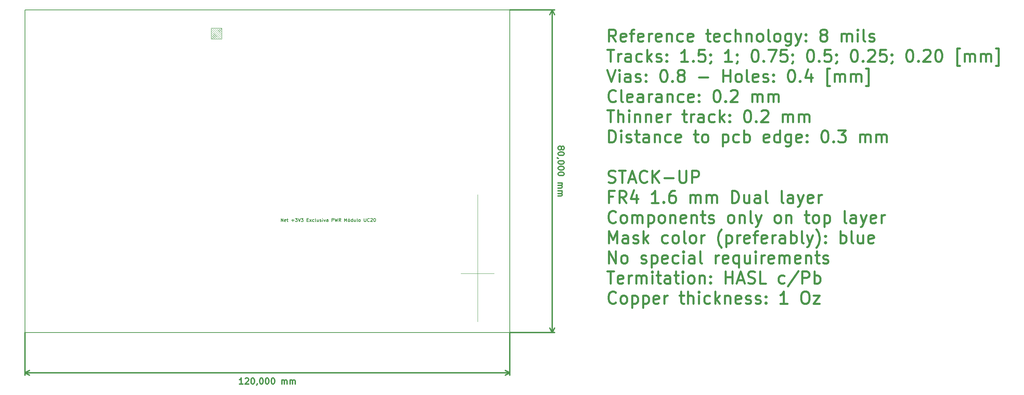
<source format=gbr>
G04 #@! TF.GenerationSoftware,KiCad,Pcbnew,5.0.1-33cea8e~68~ubuntu16.04.1*
G04 #@! TF.CreationDate,2018-11-15T12:16:53-03:00*
G04 #@! TF.ProjectId,TrackerAVL,547261636B657241564C2E6B69636164,1.1*
G04 #@! TF.SameCoordinates,Original*
G04 #@! TF.FileFunction,Drawing*
%FSLAX46Y46*%
G04 Gerber Fmt 4.6, Leading zero omitted, Abs format (unit mm)*
G04 Created by KiCad (PCBNEW 5.0.1-33cea8e~68~ubuntu16.04.1) date Thu 15 Nov 2018 12:16:53 -03*
%MOMM*%
%LPD*%
G01*
G04 APERTURE LIST*
%ADD10C,0.300000*%
%ADD11C,0.150000*%
%ADD12C,0.500000*%
%ADD13C,0.050000*%
%ADD14C,0.010000*%
G04 APERTURE END LIST*
D10*
X88678571Y-139528571D02*
X87821428Y-139528571D01*
X88250000Y-139528571D02*
X88250000Y-138028571D01*
X88107142Y-138242857D01*
X87964285Y-138385714D01*
X87821428Y-138457142D01*
X89250000Y-138171428D02*
X89321428Y-138100000D01*
X89464285Y-138028571D01*
X89821428Y-138028571D01*
X89964285Y-138100000D01*
X90035714Y-138171428D01*
X90107142Y-138314285D01*
X90107142Y-138457142D01*
X90035714Y-138671428D01*
X89178571Y-139528571D01*
X90107142Y-139528571D01*
X91035714Y-138028571D02*
X91178571Y-138028571D01*
X91321428Y-138100000D01*
X91392857Y-138171428D01*
X91464285Y-138314285D01*
X91535714Y-138600000D01*
X91535714Y-138957142D01*
X91464285Y-139242857D01*
X91392857Y-139385714D01*
X91321428Y-139457142D01*
X91178571Y-139528571D01*
X91035714Y-139528571D01*
X90892857Y-139457142D01*
X90821428Y-139385714D01*
X90750000Y-139242857D01*
X90678571Y-138957142D01*
X90678571Y-138600000D01*
X90750000Y-138314285D01*
X90821428Y-138171428D01*
X90892857Y-138100000D01*
X91035714Y-138028571D01*
X92250000Y-139457142D02*
X92250000Y-139528571D01*
X92178571Y-139671428D01*
X92107142Y-139742857D01*
X93178571Y-138028571D02*
X93321428Y-138028571D01*
X93464285Y-138100000D01*
X93535714Y-138171428D01*
X93607142Y-138314285D01*
X93678571Y-138600000D01*
X93678571Y-138957142D01*
X93607142Y-139242857D01*
X93535714Y-139385714D01*
X93464285Y-139457142D01*
X93321428Y-139528571D01*
X93178571Y-139528571D01*
X93035714Y-139457142D01*
X92964285Y-139385714D01*
X92892857Y-139242857D01*
X92821428Y-138957142D01*
X92821428Y-138600000D01*
X92892857Y-138314285D01*
X92964285Y-138171428D01*
X93035714Y-138100000D01*
X93178571Y-138028571D01*
X94607142Y-138028571D02*
X94750000Y-138028571D01*
X94892857Y-138100000D01*
X94964285Y-138171428D01*
X95035714Y-138314285D01*
X95107142Y-138600000D01*
X95107142Y-138957142D01*
X95035714Y-139242857D01*
X94964285Y-139385714D01*
X94892857Y-139457142D01*
X94750000Y-139528571D01*
X94607142Y-139528571D01*
X94464285Y-139457142D01*
X94392857Y-139385714D01*
X94321428Y-139242857D01*
X94250000Y-138957142D01*
X94250000Y-138600000D01*
X94321428Y-138314285D01*
X94392857Y-138171428D01*
X94464285Y-138100000D01*
X94607142Y-138028571D01*
X96035714Y-138028571D02*
X96178571Y-138028571D01*
X96321428Y-138100000D01*
X96392857Y-138171428D01*
X96464285Y-138314285D01*
X96535714Y-138600000D01*
X96535714Y-138957142D01*
X96464285Y-139242857D01*
X96392857Y-139385714D01*
X96321428Y-139457142D01*
X96178571Y-139528571D01*
X96035714Y-139528571D01*
X95892857Y-139457142D01*
X95821428Y-139385714D01*
X95750000Y-139242857D01*
X95678571Y-138957142D01*
X95678571Y-138600000D01*
X95750000Y-138314285D01*
X95821428Y-138171428D01*
X95892857Y-138100000D01*
X96035714Y-138028571D01*
X98321428Y-139528571D02*
X98321428Y-138528571D01*
X98321428Y-138671428D02*
X98392857Y-138600000D01*
X98535714Y-138528571D01*
X98750000Y-138528571D01*
X98892857Y-138600000D01*
X98964285Y-138742857D01*
X98964285Y-139528571D01*
X98964285Y-138742857D02*
X99035714Y-138600000D01*
X99178571Y-138528571D01*
X99392857Y-138528571D01*
X99535714Y-138600000D01*
X99607142Y-138742857D01*
X99607142Y-139528571D01*
X100321428Y-139528571D02*
X100321428Y-138528571D01*
X100321428Y-138671428D02*
X100392857Y-138600000D01*
X100535714Y-138528571D01*
X100750000Y-138528571D01*
X100892857Y-138600000D01*
X100964285Y-138742857D01*
X100964285Y-139528571D01*
X100964285Y-138742857D02*
X101035714Y-138600000D01*
X101178571Y-138528571D01*
X101392857Y-138528571D01*
X101535714Y-138600000D01*
X101607142Y-138742857D01*
X101607142Y-139528571D01*
X34750000Y-136750000D02*
X154750000Y-136750000D01*
X34750000Y-126750000D02*
X34750000Y-137336421D01*
X154750000Y-126750000D02*
X154750000Y-137336421D01*
X154750000Y-136750000D02*
X153623496Y-137336421D01*
X154750000Y-136750000D02*
X153623496Y-136163579D01*
X34750000Y-136750000D02*
X35876504Y-137336421D01*
X34750000Y-136750000D02*
X35876504Y-136163579D01*
X167528571Y-80821428D02*
X167600000Y-80678571D01*
X167671428Y-80607142D01*
X167814285Y-80535714D01*
X167885714Y-80535714D01*
X168028571Y-80607142D01*
X168100000Y-80678571D01*
X168171428Y-80821428D01*
X168171428Y-81107142D01*
X168100000Y-81250000D01*
X168028571Y-81321428D01*
X167885714Y-81392857D01*
X167814285Y-81392857D01*
X167671428Y-81321428D01*
X167600000Y-81250000D01*
X167528571Y-81107142D01*
X167528571Y-80821428D01*
X167457142Y-80678571D01*
X167385714Y-80607142D01*
X167242857Y-80535714D01*
X166957142Y-80535714D01*
X166814285Y-80607142D01*
X166742857Y-80678571D01*
X166671428Y-80821428D01*
X166671428Y-81107142D01*
X166742857Y-81250000D01*
X166814285Y-81321428D01*
X166957142Y-81392857D01*
X167242857Y-81392857D01*
X167385714Y-81321428D01*
X167457142Y-81250000D01*
X167528571Y-81107142D01*
X168171428Y-82321428D02*
X168171428Y-82464285D01*
X168100000Y-82607142D01*
X168028571Y-82678571D01*
X167885714Y-82750000D01*
X167600000Y-82821428D01*
X167242857Y-82821428D01*
X166957142Y-82750000D01*
X166814285Y-82678571D01*
X166742857Y-82607142D01*
X166671428Y-82464285D01*
X166671428Y-82321428D01*
X166742857Y-82178571D01*
X166814285Y-82107142D01*
X166957142Y-82035714D01*
X167242857Y-81964285D01*
X167600000Y-81964285D01*
X167885714Y-82035714D01*
X168028571Y-82107142D01*
X168100000Y-82178571D01*
X168171428Y-82321428D01*
X166742857Y-83535714D02*
X166671428Y-83535714D01*
X166528571Y-83464285D01*
X166457142Y-83392857D01*
X168171428Y-84464285D02*
X168171428Y-84607142D01*
X168100000Y-84750000D01*
X168028571Y-84821428D01*
X167885714Y-84892857D01*
X167600000Y-84964285D01*
X167242857Y-84964285D01*
X166957142Y-84892857D01*
X166814285Y-84821428D01*
X166742857Y-84750000D01*
X166671428Y-84607142D01*
X166671428Y-84464285D01*
X166742857Y-84321428D01*
X166814285Y-84250000D01*
X166957142Y-84178571D01*
X167242857Y-84107142D01*
X167600000Y-84107142D01*
X167885714Y-84178571D01*
X168028571Y-84250000D01*
X168100000Y-84321428D01*
X168171428Y-84464285D01*
X168171428Y-85892857D02*
X168171428Y-86035714D01*
X168100000Y-86178571D01*
X168028571Y-86250000D01*
X167885714Y-86321428D01*
X167600000Y-86392857D01*
X167242857Y-86392857D01*
X166957142Y-86321428D01*
X166814285Y-86250000D01*
X166742857Y-86178571D01*
X166671428Y-86035714D01*
X166671428Y-85892857D01*
X166742857Y-85750000D01*
X166814285Y-85678571D01*
X166957142Y-85607142D01*
X167242857Y-85535714D01*
X167600000Y-85535714D01*
X167885714Y-85607142D01*
X168028571Y-85678571D01*
X168100000Y-85750000D01*
X168171428Y-85892857D01*
X168171428Y-87321428D02*
X168171428Y-87464285D01*
X168100000Y-87607142D01*
X168028571Y-87678571D01*
X167885714Y-87750000D01*
X167600000Y-87821428D01*
X167242857Y-87821428D01*
X166957142Y-87750000D01*
X166814285Y-87678571D01*
X166742857Y-87607142D01*
X166671428Y-87464285D01*
X166671428Y-87321428D01*
X166742857Y-87178571D01*
X166814285Y-87107142D01*
X166957142Y-87035714D01*
X167242857Y-86964285D01*
X167600000Y-86964285D01*
X167885714Y-87035714D01*
X168028571Y-87107142D01*
X168100000Y-87178571D01*
X168171428Y-87321428D01*
X166671428Y-89607142D02*
X167671428Y-89607142D01*
X167528571Y-89607142D02*
X167600000Y-89678571D01*
X167671428Y-89821428D01*
X167671428Y-90035714D01*
X167600000Y-90178571D01*
X167457142Y-90250000D01*
X166671428Y-90250000D01*
X167457142Y-90250000D02*
X167600000Y-90321428D01*
X167671428Y-90464285D01*
X167671428Y-90678571D01*
X167600000Y-90821428D01*
X167457142Y-90892857D01*
X166671428Y-90892857D01*
X166671428Y-91607142D02*
X167671428Y-91607142D01*
X167528571Y-91607142D02*
X167600000Y-91678571D01*
X167671428Y-91821428D01*
X167671428Y-92035714D01*
X167600000Y-92178571D01*
X167457142Y-92250000D01*
X166671428Y-92250000D01*
X167457142Y-92250000D02*
X167600000Y-92321428D01*
X167671428Y-92464285D01*
X167671428Y-92678571D01*
X167600000Y-92821428D01*
X167457142Y-92892857D01*
X166671428Y-92892857D01*
X165250000Y-46750000D02*
X165250000Y-126750000D01*
X154750000Y-46750000D02*
X165836421Y-46750000D01*
X154750000Y-126750000D02*
X165836421Y-126750000D01*
X165250000Y-126750000D02*
X164663579Y-125623496D01*
X165250000Y-126750000D02*
X165836421Y-125623496D01*
X165250000Y-46750000D02*
X164663579Y-47876504D01*
X165250000Y-46750000D02*
X165836421Y-47876504D01*
D11*
X98142857Y-99211904D02*
X98142857Y-98411904D01*
X98600000Y-99211904D01*
X98600000Y-98411904D01*
X99285714Y-99173809D02*
X99209523Y-99211904D01*
X99057142Y-99211904D01*
X98980952Y-99173809D01*
X98942857Y-99097619D01*
X98942857Y-98792857D01*
X98980952Y-98716666D01*
X99057142Y-98678571D01*
X99209523Y-98678571D01*
X99285714Y-98716666D01*
X99323809Y-98792857D01*
X99323809Y-98869047D01*
X98942857Y-98945238D01*
X99552380Y-98678571D02*
X99857142Y-98678571D01*
X99666666Y-98411904D02*
X99666666Y-99097619D01*
X99704761Y-99173809D01*
X99780952Y-99211904D01*
X99857142Y-99211904D01*
X100733333Y-98907142D02*
X101342857Y-98907142D01*
X101038095Y-99211904D02*
X101038095Y-98602380D01*
X101647619Y-98411904D02*
X102142857Y-98411904D01*
X101876190Y-98716666D01*
X101990476Y-98716666D01*
X102066666Y-98754761D01*
X102104761Y-98792857D01*
X102142857Y-98869047D01*
X102142857Y-99059523D01*
X102104761Y-99135714D01*
X102066666Y-99173809D01*
X101990476Y-99211904D01*
X101761904Y-99211904D01*
X101685714Y-99173809D01*
X101647619Y-99135714D01*
X102371428Y-98411904D02*
X102638095Y-99211904D01*
X102904761Y-98411904D01*
X103095238Y-98411904D02*
X103590476Y-98411904D01*
X103323809Y-98716666D01*
X103438095Y-98716666D01*
X103514285Y-98754761D01*
X103552380Y-98792857D01*
X103590476Y-98869047D01*
X103590476Y-99059523D01*
X103552380Y-99135714D01*
X103514285Y-99173809D01*
X103438095Y-99211904D01*
X103209523Y-99211904D01*
X103133333Y-99173809D01*
X103095238Y-99135714D01*
X104542857Y-98792857D02*
X104809523Y-98792857D01*
X104923809Y-99211904D02*
X104542857Y-99211904D01*
X104542857Y-98411904D01*
X104923809Y-98411904D01*
X105190476Y-99211904D02*
X105609523Y-98678571D01*
X105190476Y-98678571D02*
X105609523Y-99211904D01*
X106257142Y-99173809D02*
X106180952Y-99211904D01*
X106028571Y-99211904D01*
X105952380Y-99173809D01*
X105914285Y-99135714D01*
X105876190Y-99059523D01*
X105876190Y-98830952D01*
X105914285Y-98754761D01*
X105952380Y-98716666D01*
X106028571Y-98678571D01*
X106180952Y-98678571D01*
X106257142Y-98716666D01*
X106714285Y-99211904D02*
X106638095Y-99173809D01*
X106600000Y-99097619D01*
X106600000Y-98411904D01*
X107361904Y-98678571D02*
X107361904Y-99211904D01*
X107019047Y-98678571D02*
X107019047Y-99097619D01*
X107057142Y-99173809D01*
X107133333Y-99211904D01*
X107247619Y-99211904D01*
X107323809Y-99173809D01*
X107361904Y-99135714D01*
X107704761Y-99173809D02*
X107780952Y-99211904D01*
X107933333Y-99211904D01*
X108009523Y-99173809D01*
X108047619Y-99097619D01*
X108047619Y-99059523D01*
X108009523Y-98983333D01*
X107933333Y-98945238D01*
X107819047Y-98945238D01*
X107742857Y-98907142D01*
X107704761Y-98830952D01*
X107704761Y-98792857D01*
X107742857Y-98716666D01*
X107819047Y-98678571D01*
X107933333Y-98678571D01*
X108009523Y-98716666D01*
X108390476Y-99211904D02*
X108390476Y-98678571D01*
X108390476Y-98411904D02*
X108352380Y-98450000D01*
X108390476Y-98488095D01*
X108428571Y-98450000D01*
X108390476Y-98411904D01*
X108390476Y-98488095D01*
X108695238Y-98678571D02*
X108885714Y-99211904D01*
X109076190Y-98678571D01*
X109723809Y-99211904D02*
X109723809Y-98792857D01*
X109685714Y-98716666D01*
X109609523Y-98678571D01*
X109457142Y-98678571D01*
X109380952Y-98716666D01*
X109723809Y-99173809D02*
X109647619Y-99211904D01*
X109457142Y-99211904D01*
X109380952Y-99173809D01*
X109342857Y-99097619D01*
X109342857Y-99021428D01*
X109380952Y-98945238D01*
X109457142Y-98907142D01*
X109647619Y-98907142D01*
X109723809Y-98869047D01*
X110714285Y-99211904D02*
X110714285Y-98411904D01*
X111019047Y-98411904D01*
X111095238Y-98450000D01*
X111133333Y-98488095D01*
X111171428Y-98564285D01*
X111171428Y-98678571D01*
X111133333Y-98754761D01*
X111095238Y-98792857D01*
X111019047Y-98830952D01*
X110714285Y-98830952D01*
X111438095Y-98411904D02*
X111628571Y-99211904D01*
X111780952Y-98640476D01*
X111933333Y-99211904D01*
X112123809Y-98411904D01*
X112885714Y-99211904D02*
X112619047Y-98830952D01*
X112428571Y-99211904D02*
X112428571Y-98411904D01*
X112733333Y-98411904D01*
X112809523Y-98450000D01*
X112847619Y-98488095D01*
X112885714Y-98564285D01*
X112885714Y-98678571D01*
X112847619Y-98754761D01*
X112809523Y-98792857D01*
X112733333Y-98830952D01*
X112428571Y-98830952D01*
X113838095Y-99211904D02*
X113838095Y-98411904D01*
X114104761Y-98983333D01*
X114371428Y-98411904D01*
X114371428Y-99211904D01*
X114866666Y-99211904D02*
X114790476Y-99173809D01*
X114752380Y-99135714D01*
X114714285Y-99059523D01*
X114714285Y-98830952D01*
X114752380Y-98754761D01*
X114790476Y-98716666D01*
X114866666Y-98678571D01*
X114980952Y-98678571D01*
X115057142Y-98716666D01*
X115095238Y-98754761D01*
X115133333Y-98830952D01*
X115133333Y-99059523D01*
X115095238Y-99135714D01*
X115057142Y-99173809D01*
X114980952Y-99211904D01*
X114866666Y-99211904D01*
X115019047Y-98373809D02*
X114904761Y-98488095D01*
X115819047Y-99211904D02*
X115819047Y-98411904D01*
X115819047Y-99173809D02*
X115742857Y-99211904D01*
X115590476Y-99211904D01*
X115514285Y-99173809D01*
X115476190Y-99135714D01*
X115438095Y-99059523D01*
X115438095Y-98830952D01*
X115476190Y-98754761D01*
X115514285Y-98716666D01*
X115590476Y-98678571D01*
X115742857Y-98678571D01*
X115819047Y-98716666D01*
X116542857Y-98678571D02*
X116542857Y-99211904D01*
X116200000Y-98678571D02*
X116200000Y-99097619D01*
X116238095Y-99173809D01*
X116314285Y-99211904D01*
X116428571Y-99211904D01*
X116504761Y-99173809D01*
X116542857Y-99135714D01*
X117038095Y-99211904D02*
X116961904Y-99173809D01*
X116923809Y-99097619D01*
X116923809Y-98411904D01*
X117457142Y-99211904D02*
X117380952Y-99173809D01*
X117342857Y-99135714D01*
X117304761Y-99059523D01*
X117304761Y-98830952D01*
X117342857Y-98754761D01*
X117380952Y-98716666D01*
X117457142Y-98678571D01*
X117571428Y-98678571D01*
X117647619Y-98716666D01*
X117685714Y-98754761D01*
X117723809Y-98830952D01*
X117723809Y-99059523D01*
X117685714Y-99135714D01*
X117647619Y-99173809D01*
X117571428Y-99211904D01*
X117457142Y-99211904D01*
X118676190Y-98411904D02*
X118676190Y-99059523D01*
X118714285Y-99135714D01*
X118752380Y-99173809D01*
X118828571Y-99211904D01*
X118980952Y-99211904D01*
X119057142Y-99173809D01*
X119095238Y-99135714D01*
X119133333Y-99059523D01*
X119133333Y-98411904D01*
X119971428Y-99135714D02*
X119933333Y-99173809D01*
X119819047Y-99211904D01*
X119742857Y-99211904D01*
X119628571Y-99173809D01*
X119552380Y-99097619D01*
X119514285Y-99021428D01*
X119476190Y-98869047D01*
X119476190Y-98754761D01*
X119514285Y-98602380D01*
X119552380Y-98526190D01*
X119628571Y-98450000D01*
X119742857Y-98411904D01*
X119819047Y-98411904D01*
X119933333Y-98450000D01*
X119971428Y-98488095D01*
X120276190Y-98488095D02*
X120314285Y-98450000D01*
X120390476Y-98411904D01*
X120580952Y-98411904D01*
X120657142Y-98450000D01*
X120695238Y-98488095D01*
X120733333Y-98564285D01*
X120733333Y-98640476D01*
X120695238Y-98754761D01*
X120238095Y-99211904D01*
X120733333Y-99211904D01*
X121228571Y-98411904D02*
X121304761Y-98411904D01*
X121380952Y-98450000D01*
X121419047Y-98488095D01*
X121457142Y-98564285D01*
X121495238Y-98716666D01*
X121495238Y-98907142D01*
X121457142Y-99059523D01*
X121419047Y-99135714D01*
X121380952Y-99173809D01*
X121304761Y-99211904D01*
X121228571Y-99211904D01*
X121152380Y-99173809D01*
X121114285Y-99135714D01*
X121076190Y-99059523D01*
X121038095Y-98907142D01*
X121038095Y-98716666D01*
X121076190Y-98564285D01*
X121114285Y-98488095D01*
X121152380Y-98450000D01*
X121228571Y-98411904D01*
X154750000Y-126750000D02*
X154750000Y-46750000D01*
X34750000Y-126750000D02*
X154750000Y-126750000D01*
X34750000Y-46750000D02*
X34750000Y-126750000D01*
X34750000Y-46750000D02*
X154750000Y-46750000D01*
D12*
X181003571Y-54607142D02*
X180003571Y-53178571D01*
X179289285Y-54607142D02*
X179289285Y-51607142D01*
X180432142Y-51607142D01*
X180717857Y-51750000D01*
X180860714Y-51892857D01*
X181003571Y-52178571D01*
X181003571Y-52607142D01*
X180860714Y-52892857D01*
X180717857Y-53035714D01*
X180432142Y-53178571D01*
X179289285Y-53178571D01*
X183432142Y-54464285D02*
X183146428Y-54607142D01*
X182575000Y-54607142D01*
X182289285Y-54464285D01*
X182146428Y-54178571D01*
X182146428Y-53035714D01*
X182289285Y-52750000D01*
X182575000Y-52607142D01*
X183146428Y-52607142D01*
X183432142Y-52750000D01*
X183575000Y-53035714D01*
X183575000Y-53321428D01*
X182146428Y-53607142D01*
X184432142Y-52607142D02*
X185575000Y-52607142D01*
X184860714Y-54607142D02*
X184860714Y-52035714D01*
X185003571Y-51750000D01*
X185289285Y-51607142D01*
X185575000Y-51607142D01*
X187717857Y-54464285D02*
X187432142Y-54607142D01*
X186860714Y-54607142D01*
X186575000Y-54464285D01*
X186432142Y-54178571D01*
X186432142Y-53035714D01*
X186575000Y-52750000D01*
X186860714Y-52607142D01*
X187432142Y-52607142D01*
X187717857Y-52750000D01*
X187860714Y-53035714D01*
X187860714Y-53321428D01*
X186432142Y-53607142D01*
X189146428Y-54607142D02*
X189146428Y-52607142D01*
X189146428Y-53178571D02*
X189289285Y-52892857D01*
X189432142Y-52750000D01*
X189717857Y-52607142D01*
X190003571Y-52607142D01*
X192146428Y-54464285D02*
X191860714Y-54607142D01*
X191289285Y-54607142D01*
X191003571Y-54464285D01*
X190860714Y-54178571D01*
X190860714Y-53035714D01*
X191003571Y-52750000D01*
X191289285Y-52607142D01*
X191860714Y-52607142D01*
X192146428Y-52750000D01*
X192289285Y-53035714D01*
X192289285Y-53321428D01*
X190860714Y-53607142D01*
X193575000Y-52607142D02*
X193575000Y-54607142D01*
X193575000Y-52892857D02*
X193717857Y-52750000D01*
X194003571Y-52607142D01*
X194432142Y-52607142D01*
X194717857Y-52750000D01*
X194860714Y-53035714D01*
X194860714Y-54607142D01*
X197575000Y-54464285D02*
X197289285Y-54607142D01*
X196717857Y-54607142D01*
X196432142Y-54464285D01*
X196289285Y-54321428D01*
X196146428Y-54035714D01*
X196146428Y-53178571D01*
X196289285Y-52892857D01*
X196432142Y-52750000D01*
X196717857Y-52607142D01*
X197289285Y-52607142D01*
X197575000Y-52750000D01*
X200003571Y-54464285D02*
X199717857Y-54607142D01*
X199146428Y-54607142D01*
X198860714Y-54464285D01*
X198717857Y-54178571D01*
X198717857Y-53035714D01*
X198860714Y-52750000D01*
X199146428Y-52607142D01*
X199717857Y-52607142D01*
X200003571Y-52750000D01*
X200146428Y-53035714D01*
X200146428Y-53321428D01*
X198717857Y-53607142D01*
X203289285Y-52607142D02*
X204432142Y-52607142D01*
X203717857Y-51607142D02*
X203717857Y-54178571D01*
X203860714Y-54464285D01*
X204146428Y-54607142D01*
X204432142Y-54607142D01*
X206575000Y-54464285D02*
X206289285Y-54607142D01*
X205717857Y-54607142D01*
X205432142Y-54464285D01*
X205289285Y-54178571D01*
X205289285Y-53035714D01*
X205432142Y-52750000D01*
X205717857Y-52607142D01*
X206289285Y-52607142D01*
X206575000Y-52750000D01*
X206717857Y-53035714D01*
X206717857Y-53321428D01*
X205289285Y-53607142D01*
X209289285Y-54464285D02*
X209003571Y-54607142D01*
X208432142Y-54607142D01*
X208146428Y-54464285D01*
X208003571Y-54321428D01*
X207860714Y-54035714D01*
X207860714Y-53178571D01*
X208003571Y-52892857D01*
X208146428Y-52750000D01*
X208432142Y-52607142D01*
X209003571Y-52607142D01*
X209289285Y-52750000D01*
X210575000Y-54607142D02*
X210575000Y-51607142D01*
X211860714Y-54607142D02*
X211860714Y-53035714D01*
X211717857Y-52750000D01*
X211432142Y-52607142D01*
X211003571Y-52607142D01*
X210717857Y-52750000D01*
X210575000Y-52892857D01*
X213289285Y-52607142D02*
X213289285Y-54607142D01*
X213289285Y-52892857D02*
X213432142Y-52750000D01*
X213717857Y-52607142D01*
X214146428Y-52607142D01*
X214432142Y-52750000D01*
X214575000Y-53035714D01*
X214575000Y-54607142D01*
X216432142Y-54607142D02*
X216146428Y-54464285D01*
X216003571Y-54321428D01*
X215860714Y-54035714D01*
X215860714Y-53178571D01*
X216003571Y-52892857D01*
X216146428Y-52750000D01*
X216432142Y-52607142D01*
X216860714Y-52607142D01*
X217146428Y-52750000D01*
X217289285Y-52892857D01*
X217432142Y-53178571D01*
X217432142Y-54035714D01*
X217289285Y-54321428D01*
X217146428Y-54464285D01*
X216860714Y-54607142D01*
X216432142Y-54607142D01*
X219146428Y-54607142D02*
X218860714Y-54464285D01*
X218717857Y-54178571D01*
X218717857Y-51607142D01*
X220717857Y-54607142D02*
X220432142Y-54464285D01*
X220289285Y-54321428D01*
X220146428Y-54035714D01*
X220146428Y-53178571D01*
X220289285Y-52892857D01*
X220432142Y-52750000D01*
X220717857Y-52607142D01*
X221146428Y-52607142D01*
X221432142Y-52750000D01*
X221575000Y-52892857D01*
X221717857Y-53178571D01*
X221717857Y-54035714D01*
X221575000Y-54321428D01*
X221432142Y-54464285D01*
X221146428Y-54607142D01*
X220717857Y-54607142D01*
X224289285Y-52607142D02*
X224289285Y-55035714D01*
X224146428Y-55321428D01*
X224003571Y-55464285D01*
X223717857Y-55607142D01*
X223289285Y-55607142D01*
X223003571Y-55464285D01*
X224289285Y-54464285D02*
X224003571Y-54607142D01*
X223432142Y-54607142D01*
X223146428Y-54464285D01*
X223003571Y-54321428D01*
X222860714Y-54035714D01*
X222860714Y-53178571D01*
X223003571Y-52892857D01*
X223146428Y-52750000D01*
X223432142Y-52607142D01*
X224003571Y-52607142D01*
X224289285Y-52750000D01*
X225432142Y-52607142D02*
X226146428Y-54607142D01*
X226860714Y-52607142D02*
X226146428Y-54607142D01*
X225860714Y-55321428D01*
X225717857Y-55464285D01*
X225432142Y-55607142D01*
X228003571Y-54321428D02*
X228146428Y-54464285D01*
X228003571Y-54607142D01*
X227860714Y-54464285D01*
X228003571Y-54321428D01*
X228003571Y-54607142D01*
X228003571Y-52750000D02*
X228146428Y-52892857D01*
X228003571Y-53035714D01*
X227860714Y-52892857D01*
X228003571Y-52750000D01*
X228003571Y-53035714D01*
X232146428Y-52892857D02*
X231860714Y-52750000D01*
X231717857Y-52607142D01*
X231575000Y-52321428D01*
X231575000Y-52178571D01*
X231717857Y-51892857D01*
X231860714Y-51750000D01*
X232146428Y-51607142D01*
X232717857Y-51607142D01*
X233003571Y-51750000D01*
X233146428Y-51892857D01*
X233289285Y-52178571D01*
X233289285Y-52321428D01*
X233146428Y-52607142D01*
X233003571Y-52750000D01*
X232717857Y-52892857D01*
X232146428Y-52892857D01*
X231860714Y-53035714D01*
X231717857Y-53178571D01*
X231575000Y-53464285D01*
X231575000Y-54035714D01*
X231717857Y-54321428D01*
X231860714Y-54464285D01*
X232146428Y-54607142D01*
X232717857Y-54607142D01*
X233003571Y-54464285D01*
X233146428Y-54321428D01*
X233289285Y-54035714D01*
X233289285Y-53464285D01*
X233146428Y-53178571D01*
X233003571Y-53035714D01*
X232717857Y-52892857D01*
X236860714Y-54607142D02*
X236860714Y-52607142D01*
X236860714Y-52892857D02*
X237003571Y-52750000D01*
X237289285Y-52607142D01*
X237717857Y-52607142D01*
X238003571Y-52750000D01*
X238146428Y-53035714D01*
X238146428Y-54607142D01*
X238146428Y-53035714D02*
X238289285Y-52750000D01*
X238575000Y-52607142D01*
X239003571Y-52607142D01*
X239289285Y-52750000D01*
X239432142Y-53035714D01*
X239432142Y-54607142D01*
X240860714Y-54607142D02*
X240860714Y-52607142D01*
X240860714Y-51607142D02*
X240717857Y-51750000D01*
X240860714Y-51892857D01*
X241003571Y-51750000D01*
X240860714Y-51607142D01*
X240860714Y-51892857D01*
X242717857Y-54607142D02*
X242432142Y-54464285D01*
X242289285Y-54178571D01*
X242289285Y-51607142D01*
X243717857Y-54464285D02*
X244003571Y-54607142D01*
X244575000Y-54607142D01*
X244860714Y-54464285D01*
X245003571Y-54178571D01*
X245003571Y-54035714D01*
X244860714Y-53750000D01*
X244575000Y-53607142D01*
X244146428Y-53607142D01*
X243860714Y-53464285D01*
X243717857Y-53178571D01*
X243717857Y-53035714D01*
X243860714Y-52750000D01*
X244146428Y-52607142D01*
X244575000Y-52607142D01*
X244860714Y-52750000D01*
X178860714Y-56607142D02*
X180575000Y-56607142D01*
X179717857Y-59607142D02*
X179717857Y-56607142D01*
X181575000Y-59607142D02*
X181575000Y-57607142D01*
X181575000Y-58178571D02*
X181717857Y-57892857D01*
X181860714Y-57750000D01*
X182146428Y-57607142D01*
X182432142Y-57607142D01*
X184717857Y-59607142D02*
X184717857Y-58035714D01*
X184575000Y-57750000D01*
X184289285Y-57607142D01*
X183717857Y-57607142D01*
X183432142Y-57750000D01*
X184717857Y-59464285D02*
X184432142Y-59607142D01*
X183717857Y-59607142D01*
X183432142Y-59464285D01*
X183289285Y-59178571D01*
X183289285Y-58892857D01*
X183432142Y-58607142D01*
X183717857Y-58464285D01*
X184432142Y-58464285D01*
X184717857Y-58321428D01*
X187432142Y-59464285D02*
X187146428Y-59607142D01*
X186575000Y-59607142D01*
X186289285Y-59464285D01*
X186146428Y-59321428D01*
X186003571Y-59035714D01*
X186003571Y-58178571D01*
X186146428Y-57892857D01*
X186289285Y-57750000D01*
X186575000Y-57607142D01*
X187146428Y-57607142D01*
X187432142Y-57750000D01*
X188717857Y-59607142D02*
X188717857Y-56607142D01*
X189003571Y-58464285D02*
X189860714Y-59607142D01*
X189860714Y-57607142D02*
X188717857Y-58750000D01*
X191003571Y-59464285D02*
X191289285Y-59607142D01*
X191860714Y-59607142D01*
X192146428Y-59464285D01*
X192289285Y-59178571D01*
X192289285Y-59035714D01*
X192146428Y-58750000D01*
X191860714Y-58607142D01*
X191432142Y-58607142D01*
X191146428Y-58464285D01*
X191003571Y-58178571D01*
X191003571Y-58035714D01*
X191146428Y-57750000D01*
X191432142Y-57607142D01*
X191860714Y-57607142D01*
X192146428Y-57750000D01*
X193575000Y-59321428D02*
X193717857Y-59464285D01*
X193575000Y-59607142D01*
X193432142Y-59464285D01*
X193575000Y-59321428D01*
X193575000Y-59607142D01*
X193575000Y-57750000D02*
X193717857Y-57892857D01*
X193575000Y-58035714D01*
X193432142Y-57892857D01*
X193575000Y-57750000D01*
X193575000Y-58035714D01*
X198860714Y-59607142D02*
X197146428Y-59607142D01*
X198003571Y-59607142D02*
X198003571Y-56607142D01*
X197717857Y-57035714D01*
X197432142Y-57321428D01*
X197146428Y-57464285D01*
X200146428Y-59321428D02*
X200289285Y-59464285D01*
X200146428Y-59607142D01*
X200003571Y-59464285D01*
X200146428Y-59321428D01*
X200146428Y-59607142D01*
X203003571Y-56607142D02*
X201575000Y-56607142D01*
X201432142Y-58035714D01*
X201575000Y-57892857D01*
X201860714Y-57750000D01*
X202575000Y-57750000D01*
X202860714Y-57892857D01*
X203003571Y-58035714D01*
X203146428Y-58321428D01*
X203146428Y-59035714D01*
X203003571Y-59321428D01*
X202860714Y-59464285D01*
X202575000Y-59607142D01*
X201860714Y-59607142D01*
X201575000Y-59464285D01*
X201432142Y-59321428D01*
X204575000Y-59464285D02*
X204575000Y-59607142D01*
X204432142Y-59892857D01*
X204289285Y-60035714D01*
X204432142Y-57750000D02*
X204575000Y-57892857D01*
X204432142Y-58035714D01*
X204289285Y-57892857D01*
X204432142Y-57750000D01*
X204432142Y-58035714D01*
X209717857Y-59607142D02*
X208003571Y-59607142D01*
X208860714Y-59607142D02*
X208860714Y-56607142D01*
X208575000Y-57035714D01*
X208289285Y-57321428D01*
X208003571Y-57464285D01*
X211146428Y-59464285D02*
X211146428Y-59607142D01*
X211003571Y-59892857D01*
X210860714Y-60035714D01*
X211003571Y-57750000D02*
X211146428Y-57892857D01*
X211003571Y-58035714D01*
X210860714Y-57892857D01*
X211003571Y-57750000D01*
X211003571Y-58035714D01*
X215289285Y-56607142D02*
X215575000Y-56607142D01*
X215860714Y-56750000D01*
X216003571Y-56892857D01*
X216146428Y-57178571D01*
X216289285Y-57750000D01*
X216289285Y-58464285D01*
X216146428Y-59035714D01*
X216003571Y-59321428D01*
X215860714Y-59464285D01*
X215575000Y-59607142D01*
X215289285Y-59607142D01*
X215003571Y-59464285D01*
X214860714Y-59321428D01*
X214717857Y-59035714D01*
X214575000Y-58464285D01*
X214575000Y-57750000D01*
X214717857Y-57178571D01*
X214860714Y-56892857D01*
X215003571Y-56750000D01*
X215289285Y-56607142D01*
X217575000Y-59321428D02*
X217717857Y-59464285D01*
X217575000Y-59607142D01*
X217432142Y-59464285D01*
X217575000Y-59321428D01*
X217575000Y-59607142D01*
X218717857Y-56607142D02*
X220717857Y-56607142D01*
X219432142Y-59607142D01*
X223289285Y-56607142D02*
X221860714Y-56607142D01*
X221717857Y-58035714D01*
X221860714Y-57892857D01*
X222146428Y-57750000D01*
X222860714Y-57750000D01*
X223146428Y-57892857D01*
X223289285Y-58035714D01*
X223432142Y-58321428D01*
X223432142Y-59035714D01*
X223289285Y-59321428D01*
X223146428Y-59464285D01*
X222860714Y-59607142D01*
X222146428Y-59607142D01*
X221860714Y-59464285D01*
X221717857Y-59321428D01*
X224860714Y-59464285D02*
X224860714Y-59607142D01*
X224717857Y-59892857D01*
X224575000Y-60035714D01*
X224717857Y-57750000D02*
X224860714Y-57892857D01*
X224717857Y-58035714D01*
X224575000Y-57892857D01*
X224717857Y-57750000D01*
X224717857Y-58035714D01*
X229003571Y-56607142D02*
X229289285Y-56607142D01*
X229575000Y-56750000D01*
X229717857Y-56892857D01*
X229860714Y-57178571D01*
X230003571Y-57750000D01*
X230003571Y-58464285D01*
X229860714Y-59035714D01*
X229717857Y-59321428D01*
X229575000Y-59464285D01*
X229289285Y-59607142D01*
X229003571Y-59607142D01*
X228717857Y-59464285D01*
X228575000Y-59321428D01*
X228432142Y-59035714D01*
X228289285Y-58464285D01*
X228289285Y-57750000D01*
X228432142Y-57178571D01*
X228575000Y-56892857D01*
X228717857Y-56750000D01*
X229003571Y-56607142D01*
X231289285Y-59321428D02*
X231432142Y-59464285D01*
X231289285Y-59607142D01*
X231146428Y-59464285D01*
X231289285Y-59321428D01*
X231289285Y-59607142D01*
X234146428Y-56607142D02*
X232717857Y-56607142D01*
X232575000Y-58035714D01*
X232717857Y-57892857D01*
X233003571Y-57750000D01*
X233717857Y-57750000D01*
X234003571Y-57892857D01*
X234146428Y-58035714D01*
X234289285Y-58321428D01*
X234289285Y-59035714D01*
X234146428Y-59321428D01*
X234003571Y-59464285D01*
X233717857Y-59607142D01*
X233003571Y-59607142D01*
X232717857Y-59464285D01*
X232575000Y-59321428D01*
X235717857Y-59464285D02*
X235717857Y-59607142D01*
X235575000Y-59892857D01*
X235432142Y-60035714D01*
X235575000Y-57750000D02*
X235717857Y-57892857D01*
X235575000Y-58035714D01*
X235432142Y-57892857D01*
X235575000Y-57750000D01*
X235575000Y-58035714D01*
X239860714Y-56607142D02*
X240146428Y-56607142D01*
X240432142Y-56750000D01*
X240575000Y-56892857D01*
X240717857Y-57178571D01*
X240860714Y-57750000D01*
X240860714Y-58464285D01*
X240717857Y-59035714D01*
X240575000Y-59321428D01*
X240432142Y-59464285D01*
X240146428Y-59607142D01*
X239860714Y-59607142D01*
X239575000Y-59464285D01*
X239432142Y-59321428D01*
X239289285Y-59035714D01*
X239146428Y-58464285D01*
X239146428Y-57750000D01*
X239289285Y-57178571D01*
X239432142Y-56892857D01*
X239575000Y-56750000D01*
X239860714Y-56607142D01*
X242146428Y-59321428D02*
X242289285Y-59464285D01*
X242146428Y-59607142D01*
X242003571Y-59464285D01*
X242146428Y-59321428D01*
X242146428Y-59607142D01*
X243432142Y-56892857D02*
X243575000Y-56750000D01*
X243860714Y-56607142D01*
X244575000Y-56607142D01*
X244860714Y-56750000D01*
X245003571Y-56892857D01*
X245146428Y-57178571D01*
X245146428Y-57464285D01*
X245003571Y-57892857D01*
X243289285Y-59607142D01*
X245146428Y-59607142D01*
X247860714Y-56607142D02*
X246432142Y-56607142D01*
X246289285Y-58035714D01*
X246432142Y-57892857D01*
X246717857Y-57750000D01*
X247432142Y-57750000D01*
X247717857Y-57892857D01*
X247860714Y-58035714D01*
X248003571Y-58321428D01*
X248003571Y-59035714D01*
X247860714Y-59321428D01*
X247717857Y-59464285D01*
X247432142Y-59607142D01*
X246717857Y-59607142D01*
X246432142Y-59464285D01*
X246289285Y-59321428D01*
X249432142Y-59464285D02*
X249432142Y-59607142D01*
X249289285Y-59892857D01*
X249146428Y-60035714D01*
X249289285Y-57750000D02*
X249432142Y-57892857D01*
X249289285Y-58035714D01*
X249146428Y-57892857D01*
X249289285Y-57750000D01*
X249289285Y-58035714D01*
X253575000Y-56607142D02*
X253860714Y-56607142D01*
X254146428Y-56750000D01*
X254289285Y-56892857D01*
X254432142Y-57178571D01*
X254575000Y-57750000D01*
X254575000Y-58464285D01*
X254432142Y-59035714D01*
X254289285Y-59321428D01*
X254146428Y-59464285D01*
X253860714Y-59607142D01*
X253575000Y-59607142D01*
X253289285Y-59464285D01*
X253146428Y-59321428D01*
X253003571Y-59035714D01*
X252860714Y-58464285D01*
X252860714Y-57750000D01*
X253003571Y-57178571D01*
X253146428Y-56892857D01*
X253289285Y-56750000D01*
X253575000Y-56607142D01*
X255860714Y-59321428D02*
X256003571Y-59464285D01*
X255860714Y-59607142D01*
X255717857Y-59464285D01*
X255860714Y-59321428D01*
X255860714Y-59607142D01*
X257146428Y-56892857D02*
X257289285Y-56750000D01*
X257575000Y-56607142D01*
X258289285Y-56607142D01*
X258575000Y-56750000D01*
X258717857Y-56892857D01*
X258860714Y-57178571D01*
X258860714Y-57464285D01*
X258717857Y-57892857D01*
X257003571Y-59607142D01*
X258860714Y-59607142D01*
X260717857Y-56607142D02*
X261003571Y-56607142D01*
X261289285Y-56750000D01*
X261432142Y-56892857D01*
X261575000Y-57178571D01*
X261717857Y-57750000D01*
X261717857Y-58464285D01*
X261575000Y-59035714D01*
X261432142Y-59321428D01*
X261289285Y-59464285D01*
X261003571Y-59607142D01*
X260717857Y-59607142D01*
X260432142Y-59464285D01*
X260289285Y-59321428D01*
X260146428Y-59035714D01*
X260003571Y-58464285D01*
X260003571Y-57750000D01*
X260146428Y-57178571D01*
X260289285Y-56892857D01*
X260432142Y-56750000D01*
X260717857Y-56607142D01*
X266146428Y-60607142D02*
X265432142Y-60607142D01*
X265432142Y-56321428D01*
X266146428Y-56321428D01*
X267289285Y-59607142D02*
X267289285Y-57607142D01*
X267289285Y-57892857D02*
X267432142Y-57750000D01*
X267717857Y-57607142D01*
X268146428Y-57607142D01*
X268432142Y-57750000D01*
X268575000Y-58035714D01*
X268575000Y-59607142D01*
X268575000Y-58035714D02*
X268717857Y-57750000D01*
X269003571Y-57607142D01*
X269432142Y-57607142D01*
X269717857Y-57750000D01*
X269860714Y-58035714D01*
X269860714Y-59607142D01*
X271289285Y-59607142D02*
X271289285Y-57607142D01*
X271289285Y-57892857D02*
X271432142Y-57750000D01*
X271717857Y-57607142D01*
X272146428Y-57607142D01*
X272432142Y-57750000D01*
X272575000Y-58035714D01*
X272575000Y-59607142D01*
X272575000Y-58035714D02*
X272717857Y-57750000D01*
X273003571Y-57607142D01*
X273432142Y-57607142D01*
X273717857Y-57750000D01*
X273860714Y-58035714D01*
X273860714Y-59607142D01*
X275003571Y-60607142D02*
X275717857Y-60607142D01*
X275717857Y-56321428D01*
X275003571Y-56321428D01*
X178860714Y-61607142D02*
X179860714Y-64607142D01*
X180860714Y-61607142D01*
X181860714Y-64607142D02*
X181860714Y-62607142D01*
X181860714Y-61607142D02*
X181717857Y-61750000D01*
X181860714Y-61892857D01*
X182003571Y-61750000D01*
X181860714Y-61607142D01*
X181860714Y-61892857D01*
X184575000Y-64607142D02*
X184575000Y-63035714D01*
X184432142Y-62750000D01*
X184146428Y-62607142D01*
X183575000Y-62607142D01*
X183289285Y-62750000D01*
X184575000Y-64464285D02*
X184289285Y-64607142D01*
X183575000Y-64607142D01*
X183289285Y-64464285D01*
X183146428Y-64178571D01*
X183146428Y-63892857D01*
X183289285Y-63607142D01*
X183575000Y-63464285D01*
X184289285Y-63464285D01*
X184575000Y-63321428D01*
X185860714Y-64464285D02*
X186146428Y-64607142D01*
X186717857Y-64607142D01*
X187003571Y-64464285D01*
X187146428Y-64178571D01*
X187146428Y-64035714D01*
X187003571Y-63750000D01*
X186717857Y-63607142D01*
X186289285Y-63607142D01*
X186003571Y-63464285D01*
X185860714Y-63178571D01*
X185860714Y-63035714D01*
X186003571Y-62750000D01*
X186289285Y-62607142D01*
X186717857Y-62607142D01*
X187003571Y-62750000D01*
X188432142Y-64321428D02*
X188575000Y-64464285D01*
X188432142Y-64607142D01*
X188289285Y-64464285D01*
X188432142Y-64321428D01*
X188432142Y-64607142D01*
X188432142Y-62750000D02*
X188575000Y-62892857D01*
X188432142Y-63035714D01*
X188289285Y-62892857D01*
X188432142Y-62750000D01*
X188432142Y-63035714D01*
X192717857Y-61607142D02*
X193003571Y-61607142D01*
X193289285Y-61750000D01*
X193432142Y-61892857D01*
X193575000Y-62178571D01*
X193717857Y-62750000D01*
X193717857Y-63464285D01*
X193575000Y-64035714D01*
X193432142Y-64321428D01*
X193289285Y-64464285D01*
X193003571Y-64607142D01*
X192717857Y-64607142D01*
X192432142Y-64464285D01*
X192289285Y-64321428D01*
X192146428Y-64035714D01*
X192003571Y-63464285D01*
X192003571Y-62750000D01*
X192146428Y-62178571D01*
X192289285Y-61892857D01*
X192432142Y-61750000D01*
X192717857Y-61607142D01*
X195003571Y-64321428D02*
X195146428Y-64464285D01*
X195003571Y-64607142D01*
X194860714Y-64464285D01*
X195003571Y-64321428D01*
X195003571Y-64607142D01*
X196860714Y-62892857D02*
X196575000Y-62750000D01*
X196432142Y-62607142D01*
X196289285Y-62321428D01*
X196289285Y-62178571D01*
X196432142Y-61892857D01*
X196575000Y-61750000D01*
X196860714Y-61607142D01*
X197432142Y-61607142D01*
X197717857Y-61750000D01*
X197860714Y-61892857D01*
X198003571Y-62178571D01*
X198003571Y-62321428D01*
X197860714Y-62607142D01*
X197717857Y-62750000D01*
X197432142Y-62892857D01*
X196860714Y-62892857D01*
X196575000Y-63035714D01*
X196432142Y-63178571D01*
X196289285Y-63464285D01*
X196289285Y-64035714D01*
X196432142Y-64321428D01*
X196575000Y-64464285D01*
X196860714Y-64607142D01*
X197432142Y-64607142D01*
X197717857Y-64464285D01*
X197860714Y-64321428D01*
X198003571Y-64035714D01*
X198003571Y-63464285D01*
X197860714Y-63178571D01*
X197717857Y-63035714D01*
X197432142Y-62892857D01*
X201575000Y-63464285D02*
X203860714Y-63464285D01*
X207575000Y-64607142D02*
X207575000Y-61607142D01*
X207575000Y-63035714D02*
X209289285Y-63035714D01*
X209289285Y-64607142D02*
X209289285Y-61607142D01*
X211146428Y-64607142D02*
X210860714Y-64464285D01*
X210717857Y-64321428D01*
X210575000Y-64035714D01*
X210575000Y-63178571D01*
X210717857Y-62892857D01*
X210860714Y-62750000D01*
X211146428Y-62607142D01*
X211575000Y-62607142D01*
X211860714Y-62750000D01*
X212003571Y-62892857D01*
X212146428Y-63178571D01*
X212146428Y-64035714D01*
X212003571Y-64321428D01*
X211860714Y-64464285D01*
X211575000Y-64607142D01*
X211146428Y-64607142D01*
X213860714Y-64607142D02*
X213575000Y-64464285D01*
X213432142Y-64178571D01*
X213432142Y-61607142D01*
X216146428Y-64464285D02*
X215860714Y-64607142D01*
X215289285Y-64607142D01*
X215003571Y-64464285D01*
X214860714Y-64178571D01*
X214860714Y-63035714D01*
X215003571Y-62750000D01*
X215289285Y-62607142D01*
X215860714Y-62607142D01*
X216146428Y-62750000D01*
X216289285Y-63035714D01*
X216289285Y-63321428D01*
X214860714Y-63607142D01*
X217432142Y-64464285D02*
X217717857Y-64607142D01*
X218289285Y-64607142D01*
X218575000Y-64464285D01*
X218717857Y-64178571D01*
X218717857Y-64035714D01*
X218575000Y-63750000D01*
X218289285Y-63607142D01*
X217860714Y-63607142D01*
X217575000Y-63464285D01*
X217432142Y-63178571D01*
X217432142Y-63035714D01*
X217575000Y-62750000D01*
X217860714Y-62607142D01*
X218289285Y-62607142D01*
X218575000Y-62750000D01*
X220003571Y-64321428D02*
X220146428Y-64464285D01*
X220003571Y-64607142D01*
X219860714Y-64464285D01*
X220003571Y-64321428D01*
X220003571Y-64607142D01*
X220003571Y-62750000D02*
X220146428Y-62892857D01*
X220003571Y-63035714D01*
X219860714Y-62892857D01*
X220003571Y-62750000D01*
X220003571Y-63035714D01*
X224289285Y-61607142D02*
X224575000Y-61607142D01*
X224860714Y-61750000D01*
X225003571Y-61892857D01*
X225146428Y-62178571D01*
X225289285Y-62750000D01*
X225289285Y-63464285D01*
X225146428Y-64035714D01*
X225003571Y-64321428D01*
X224860714Y-64464285D01*
X224575000Y-64607142D01*
X224289285Y-64607142D01*
X224003571Y-64464285D01*
X223860714Y-64321428D01*
X223717857Y-64035714D01*
X223575000Y-63464285D01*
X223575000Y-62750000D01*
X223717857Y-62178571D01*
X223860714Y-61892857D01*
X224003571Y-61750000D01*
X224289285Y-61607142D01*
X226575000Y-64321428D02*
X226717857Y-64464285D01*
X226575000Y-64607142D01*
X226432142Y-64464285D01*
X226575000Y-64321428D01*
X226575000Y-64607142D01*
X229289285Y-62607142D02*
X229289285Y-64607142D01*
X228575000Y-61464285D02*
X227860714Y-63607142D01*
X229717857Y-63607142D01*
X234003571Y-65607142D02*
X233289285Y-65607142D01*
X233289285Y-61321428D01*
X234003571Y-61321428D01*
X235146428Y-64607142D02*
X235146428Y-62607142D01*
X235146428Y-62892857D02*
X235289285Y-62750000D01*
X235575000Y-62607142D01*
X236003571Y-62607142D01*
X236289285Y-62750000D01*
X236432142Y-63035714D01*
X236432142Y-64607142D01*
X236432142Y-63035714D02*
X236575000Y-62750000D01*
X236860714Y-62607142D01*
X237289285Y-62607142D01*
X237575000Y-62750000D01*
X237717857Y-63035714D01*
X237717857Y-64607142D01*
X239146428Y-64607142D02*
X239146428Y-62607142D01*
X239146428Y-62892857D02*
X239289285Y-62750000D01*
X239575000Y-62607142D01*
X240003571Y-62607142D01*
X240289285Y-62750000D01*
X240432142Y-63035714D01*
X240432142Y-64607142D01*
X240432142Y-63035714D02*
X240575000Y-62750000D01*
X240860714Y-62607142D01*
X241289285Y-62607142D01*
X241575000Y-62750000D01*
X241717857Y-63035714D01*
X241717857Y-64607142D01*
X242860714Y-65607142D02*
X243575000Y-65607142D01*
X243575000Y-61321428D01*
X242860714Y-61321428D01*
X181003571Y-69321428D02*
X180860714Y-69464285D01*
X180432142Y-69607142D01*
X180146428Y-69607142D01*
X179717857Y-69464285D01*
X179432142Y-69178571D01*
X179289285Y-68892857D01*
X179146428Y-68321428D01*
X179146428Y-67892857D01*
X179289285Y-67321428D01*
X179432142Y-67035714D01*
X179717857Y-66750000D01*
X180146428Y-66607142D01*
X180432142Y-66607142D01*
X180860714Y-66750000D01*
X181003571Y-66892857D01*
X182717857Y-69607142D02*
X182432142Y-69464285D01*
X182289285Y-69178571D01*
X182289285Y-66607142D01*
X185003571Y-69464285D02*
X184717857Y-69607142D01*
X184146428Y-69607142D01*
X183860714Y-69464285D01*
X183717857Y-69178571D01*
X183717857Y-68035714D01*
X183860714Y-67750000D01*
X184146428Y-67607142D01*
X184717857Y-67607142D01*
X185003571Y-67750000D01*
X185146428Y-68035714D01*
X185146428Y-68321428D01*
X183717857Y-68607142D01*
X187717857Y-69607142D02*
X187717857Y-68035714D01*
X187575000Y-67750000D01*
X187289285Y-67607142D01*
X186717857Y-67607142D01*
X186432142Y-67750000D01*
X187717857Y-69464285D02*
X187432142Y-69607142D01*
X186717857Y-69607142D01*
X186432142Y-69464285D01*
X186289285Y-69178571D01*
X186289285Y-68892857D01*
X186432142Y-68607142D01*
X186717857Y-68464285D01*
X187432142Y-68464285D01*
X187717857Y-68321428D01*
X189146428Y-69607142D02*
X189146428Y-67607142D01*
X189146428Y-68178571D02*
X189289285Y-67892857D01*
X189432142Y-67750000D01*
X189717857Y-67607142D01*
X190003571Y-67607142D01*
X192289285Y-69607142D02*
X192289285Y-68035714D01*
X192146428Y-67750000D01*
X191860714Y-67607142D01*
X191289285Y-67607142D01*
X191003571Y-67750000D01*
X192289285Y-69464285D02*
X192003571Y-69607142D01*
X191289285Y-69607142D01*
X191003571Y-69464285D01*
X190860714Y-69178571D01*
X190860714Y-68892857D01*
X191003571Y-68607142D01*
X191289285Y-68464285D01*
X192003571Y-68464285D01*
X192289285Y-68321428D01*
X193717857Y-67607142D02*
X193717857Y-69607142D01*
X193717857Y-67892857D02*
X193860714Y-67750000D01*
X194146428Y-67607142D01*
X194575000Y-67607142D01*
X194860714Y-67750000D01*
X195003571Y-68035714D01*
X195003571Y-69607142D01*
X197717857Y-69464285D02*
X197432142Y-69607142D01*
X196860714Y-69607142D01*
X196575000Y-69464285D01*
X196432142Y-69321428D01*
X196289285Y-69035714D01*
X196289285Y-68178571D01*
X196432142Y-67892857D01*
X196575000Y-67750000D01*
X196860714Y-67607142D01*
X197432142Y-67607142D01*
X197717857Y-67750000D01*
X200146428Y-69464285D02*
X199860714Y-69607142D01*
X199289285Y-69607142D01*
X199003571Y-69464285D01*
X198860714Y-69178571D01*
X198860714Y-68035714D01*
X199003571Y-67750000D01*
X199289285Y-67607142D01*
X199860714Y-67607142D01*
X200146428Y-67750000D01*
X200289285Y-68035714D01*
X200289285Y-68321428D01*
X198860714Y-68607142D01*
X201575000Y-69321428D02*
X201717857Y-69464285D01*
X201575000Y-69607142D01*
X201432142Y-69464285D01*
X201575000Y-69321428D01*
X201575000Y-69607142D01*
X201575000Y-67750000D02*
X201717857Y-67892857D01*
X201575000Y-68035714D01*
X201432142Y-67892857D01*
X201575000Y-67750000D01*
X201575000Y-68035714D01*
X205860714Y-66607142D02*
X206146428Y-66607142D01*
X206432142Y-66750000D01*
X206575000Y-66892857D01*
X206717857Y-67178571D01*
X206860714Y-67750000D01*
X206860714Y-68464285D01*
X206717857Y-69035714D01*
X206575000Y-69321428D01*
X206432142Y-69464285D01*
X206146428Y-69607142D01*
X205860714Y-69607142D01*
X205575000Y-69464285D01*
X205432142Y-69321428D01*
X205289285Y-69035714D01*
X205146428Y-68464285D01*
X205146428Y-67750000D01*
X205289285Y-67178571D01*
X205432142Y-66892857D01*
X205575000Y-66750000D01*
X205860714Y-66607142D01*
X208146428Y-69321428D02*
X208289285Y-69464285D01*
X208146428Y-69607142D01*
X208003571Y-69464285D01*
X208146428Y-69321428D01*
X208146428Y-69607142D01*
X209432142Y-66892857D02*
X209575000Y-66750000D01*
X209860714Y-66607142D01*
X210575000Y-66607142D01*
X210860714Y-66750000D01*
X211003571Y-66892857D01*
X211146428Y-67178571D01*
X211146428Y-67464285D01*
X211003571Y-67892857D01*
X209289285Y-69607142D01*
X211146428Y-69607142D01*
X214717857Y-69607142D02*
X214717857Y-67607142D01*
X214717857Y-67892857D02*
X214860714Y-67750000D01*
X215146428Y-67607142D01*
X215575000Y-67607142D01*
X215860714Y-67750000D01*
X216003571Y-68035714D01*
X216003571Y-69607142D01*
X216003571Y-68035714D02*
X216146428Y-67750000D01*
X216432142Y-67607142D01*
X216860714Y-67607142D01*
X217146428Y-67750000D01*
X217289285Y-68035714D01*
X217289285Y-69607142D01*
X218717857Y-69607142D02*
X218717857Y-67607142D01*
X218717857Y-67892857D02*
X218860714Y-67750000D01*
X219146428Y-67607142D01*
X219575000Y-67607142D01*
X219860714Y-67750000D01*
X220003571Y-68035714D01*
X220003571Y-69607142D01*
X220003571Y-68035714D02*
X220146428Y-67750000D01*
X220432142Y-67607142D01*
X220860714Y-67607142D01*
X221146428Y-67750000D01*
X221289285Y-68035714D01*
X221289285Y-69607142D01*
X178860714Y-71607142D02*
X180575000Y-71607142D01*
X179717857Y-74607142D02*
X179717857Y-71607142D01*
X181575000Y-74607142D02*
X181575000Y-71607142D01*
X182860714Y-74607142D02*
X182860714Y-73035714D01*
X182717857Y-72750000D01*
X182432142Y-72607142D01*
X182003571Y-72607142D01*
X181717857Y-72750000D01*
X181575000Y-72892857D01*
X184289285Y-74607142D02*
X184289285Y-72607142D01*
X184289285Y-71607142D02*
X184146428Y-71750000D01*
X184289285Y-71892857D01*
X184432142Y-71750000D01*
X184289285Y-71607142D01*
X184289285Y-71892857D01*
X185717857Y-72607142D02*
X185717857Y-74607142D01*
X185717857Y-72892857D02*
X185860714Y-72750000D01*
X186146428Y-72607142D01*
X186575000Y-72607142D01*
X186860714Y-72750000D01*
X187003571Y-73035714D01*
X187003571Y-74607142D01*
X188432142Y-72607142D02*
X188432142Y-74607142D01*
X188432142Y-72892857D02*
X188575000Y-72750000D01*
X188860714Y-72607142D01*
X189289285Y-72607142D01*
X189575000Y-72750000D01*
X189717857Y-73035714D01*
X189717857Y-74607142D01*
X192289285Y-74464285D02*
X192003571Y-74607142D01*
X191432142Y-74607142D01*
X191146428Y-74464285D01*
X191003571Y-74178571D01*
X191003571Y-73035714D01*
X191146428Y-72750000D01*
X191432142Y-72607142D01*
X192003571Y-72607142D01*
X192289285Y-72750000D01*
X192432142Y-73035714D01*
X192432142Y-73321428D01*
X191003571Y-73607142D01*
X193717857Y-74607142D02*
X193717857Y-72607142D01*
X193717857Y-73178571D02*
X193860714Y-72892857D01*
X194003571Y-72750000D01*
X194289285Y-72607142D01*
X194575000Y-72607142D01*
X197432142Y-72607142D02*
X198575000Y-72607142D01*
X197860714Y-71607142D02*
X197860714Y-74178571D01*
X198003571Y-74464285D01*
X198289285Y-74607142D01*
X198575000Y-74607142D01*
X199575000Y-74607142D02*
X199575000Y-72607142D01*
X199575000Y-73178571D02*
X199717857Y-72892857D01*
X199860714Y-72750000D01*
X200146428Y-72607142D01*
X200432142Y-72607142D01*
X202717857Y-74607142D02*
X202717857Y-73035714D01*
X202575000Y-72750000D01*
X202289285Y-72607142D01*
X201717857Y-72607142D01*
X201432142Y-72750000D01*
X202717857Y-74464285D02*
X202432142Y-74607142D01*
X201717857Y-74607142D01*
X201432142Y-74464285D01*
X201289285Y-74178571D01*
X201289285Y-73892857D01*
X201432142Y-73607142D01*
X201717857Y-73464285D01*
X202432142Y-73464285D01*
X202717857Y-73321428D01*
X205432142Y-74464285D02*
X205146428Y-74607142D01*
X204575000Y-74607142D01*
X204289285Y-74464285D01*
X204146428Y-74321428D01*
X204003571Y-74035714D01*
X204003571Y-73178571D01*
X204146428Y-72892857D01*
X204289285Y-72750000D01*
X204575000Y-72607142D01*
X205146428Y-72607142D01*
X205432142Y-72750000D01*
X206717857Y-74607142D02*
X206717857Y-71607142D01*
X207003571Y-73464285D02*
X207860714Y-74607142D01*
X207860714Y-72607142D02*
X206717857Y-73750000D01*
X209146428Y-74321428D02*
X209289285Y-74464285D01*
X209146428Y-74607142D01*
X209003571Y-74464285D01*
X209146428Y-74321428D01*
X209146428Y-74607142D01*
X209146428Y-72750000D02*
X209289285Y-72892857D01*
X209146428Y-73035714D01*
X209003571Y-72892857D01*
X209146428Y-72750000D01*
X209146428Y-73035714D01*
X213432142Y-71607142D02*
X213717857Y-71607142D01*
X214003571Y-71750000D01*
X214146428Y-71892857D01*
X214289285Y-72178571D01*
X214432142Y-72750000D01*
X214432142Y-73464285D01*
X214289285Y-74035714D01*
X214146428Y-74321428D01*
X214003571Y-74464285D01*
X213717857Y-74607142D01*
X213432142Y-74607142D01*
X213146428Y-74464285D01*
X213003571Y-74321428D01*
X212860714Y-74035714D01*
X212717857Y-73464285D01*
X212717857Y-72750000D01*
X212860714Y-72178571D01*
X213003571Y-71892857D01*
X213146428Y-71750000D01*
X213432142Y-71607142D01*
X215717857Y-74321428D02*
X215860714Y-74464285D01*
X215717857Y-74607142D01*
X215575000Y-74464285D01*
X215717857Y-74321428D01*
X215717857Y-74607142D01*
X217003571Y-71892857D02*
X217146428Y-71750000D01*
X217432142Y-71607142D01*
X218146428Y-71607142D01*
X218432142Y-71750000D01*
X218575000Y-71892857D01*
X218717857Y-72178571D01*
X218717857Y-72464285D01*
X218575000Y-72892857D01*
X216860714Y-74607142D01*
X218717857Y-74607142D01*
X222289285Y-74607142D02*
X222289285Y-72607142D01*
X222289285Y-72892857D02*
X222432142Y-72750000D01*
X222717857Y-72607142D01*
X223146428Y-72607142D01*
X223432142Y-72750000D01*
X223575000Y-73035714D01*
X223575000Y-74607142D01*
X223575000Y-73035714D02*
X223717857Y-72750000D01*
X224003571Y-72607142D01*
X224432142Y-72607142D01*
X224717857Y-72750000D01*
X224860714Y-73035714D01*
X224860714Y-74607142D01*
X226289285Y-74607142D02*
X226289285Y-72607142D01*
X226289285Y-72892857D02*
X226432142Y-72750000D01*
X226717857Y-72607142D01*
X227146428Y-72607142D01*
X227432142Y-72750000D01*
X227575000Y-73035714D01*
X227575000Y-74607142D01*
X227575000Y-73035714D02*
X227717857Y-72750000D01*
X228003571Y-72607142D01*
X228432142Y-72607142D01*
X228717857Y-72750000D01*
X228860714Y-73035714D01*
X228860714Y-74607142D01*
X179289285Y-79607142D02*
X179289285Y-76607142D01*
X180003571Y-76607142D01*
X180432142Y-76750000D01*
X180717857Y-77035714D01*
X180860714Y-77321428D01*
X181003571Y-77892857D01*
X181003571Y-78321428D01*
X180860714Y-78892857D01*
X180717857Y-79178571D01*
X180432142Y-79464285D01*
X180003571Y-79607142D01*
X179289285Y-79607142D01*
X182289285Y-79607142D02*
X182289285Y-77607142D01*
X182289285Y-76607142D02*
X182146428Y-76750000D01*
X182289285Y-76892857D01*
X182432142Y-76750000D01*
X182289285Y-76607142D01*
X182289285Y-76892857D01*
X183575000Y-79464285D02*
X183860714Y-79607142D01*
X184432142Y-79607142D01*
X184717857Y-79464285D01*
X184860714Y-79178571D01*
X184860714Y-79035714D01*
X184717857Y-78750000D01*
X184432142Y-78607142D01*
X184003571Y-78607142D01*
X183717857Y-78464285D01*
X183575000Y-78178571D01*
X183575000Y-78035714D01*
X183717857Y-77750000D01*
X184003571Y-77607142D01*
X184432142Y-77607142D01*
X184717857Y-77750000D01*
X185717857Y-77607142D02*
X186860714Y-77607142D01*
X186146428Y-76607142D02*
X186146428Y-79178571D01*
X186289285Y-79464285D01*
X186575000Y-79607142D01*
X186860714Y-79607142D01*
X189146428Y-79607142D02*
X189146428Y-78035714D01*
X189003571Y-77750000D01*
X188717857Y-77607142D01*
X188146428Y-77607142D01*
X187860714Y-77750000D01*
X189146428Y-79464285D02*
X188860714Y-79607142D01*
X188146428Y-79607142D01*
X187860714Y-79464285D01*
X187717857Y-79178571D01*
X187717857Y-78892857D01*
X187860714Y-78607142D01*
X188146428Y-78464285D01*
X188860714Y-78464285D01*
X189146428Y-78321428D01*
X190575000Y-77607142D02*
X190575000Y-79607142D01*
X190575000Y-77892857D02*
X190717857Y-77750000D01*
X191003571Y-77607142D01*
X191432142Y-77607142D01*
X191717857Y-77750000D01*
X191860714Y-78035714D01*
X191860714Y-79607142D01*
X194575000Y-79464285D02*
X194289285Y-79607142D01*
X193717857Y-79607142D01*
X193432142Y-79464285D01*
X193289285Y-79321428D01*
X193146428Y-79035714D01*
X193146428Y-78178571D01*
X193289285Y-77892857D01*
X193432142Y-77750000D01*
X193717857Y-77607142D01*
X194289285Y-77607142D01*
X194575000Y-77750000D01*
X197003571Y-79464285D02*
X196717857Y-79607142D01*
X196146428Y-79607142D01*
X195860714Y-79464285D01*
X195717857Y-79178571D01*
X195717857Y-78035714D01*
X195860714Y-77750000D01*
X196146428Y-77607142D01*
X196717857Y-77607142D01*
X197003571Y-77750000D01*
X197146428Y-78035714D01*
X197146428Y-78321428D01*
X195717857Y-78607142D01*
X200289285Y-77607142D02*
X201432142Y-77607142D01*
X200717857Y-76607142D02*
X200717857Y-79178571D01*
X200860714Y-79464285D01*
X201146428Y-79607142D01*
X201432142Y-79607142D01*
X202860714Y-79607142D02*
X202575000Y-79464285D01*
X202432142Y-79321428D01*
X202289285Y-79035714D01*
X202289285Y-78178571D01*
X202432142Y-77892857D01*
X202575000Y-77750000D01*
X202860714Y-77607142D01*
X203289285Y-77607142D01*
X203575000Y-77750000D01*
X203717857Y-77892857D01*
X203860714Y-78178571D01*
X203860714Y-79035714D01*
X203717857Y-79321428D01*
X203575000Y-79464285D01*
X203289285Y-79607142D01*
X202860714Y-79607142D01*
X207432142Y-77607142D02*
X207432142Y-80607142D01*
X207432142Y-77750000D02*
X207717857Y-77607142D01*
X208289285Y-77607142D01*
X208575000Y-77750000D01*
X208717857Y-77892857D01*
X208860714Y-78178571D01*
X208860714Y-79035714D01*
X208717857Y-79321428D01*
X208575000Y-79464285D01*
X208289285Y-79607142D01*
X207717857Y-79607142D01*
X207432142Y-79464285D01*
X211432142Y-79464285D02*
X211146428Y-79607142D01*
X210575000Y-79607142D01*
X210289285Y-79464285D01*
X210146428Y-79321428D01*
X210003571Y-79035714D01*
X210003571Y-78178571D01*
X210146428Y-77892857D01*
X210289285Y-77750000D01*
X210575000Y-77607142D01*
X211146428Y-77607142D01*
X211432142Y-77750000D01*
X212717857Y-79607142D02*
X212717857Y-76607142D01*
X212717857Y-77750000D02*
X213003571Y-77607142D01*
X213575000Y-77607142D01*
X213860714Y-77750000D01*
X214003571Y-77892857D01*
X214146428Y-78178571D01*
X214146428Y-79035714D01*
X214003571Y-79321428D01*
X213860714Y-79464285D01*
X213575000Y-79607142D01*
X213003571Y-79607142D01*
X212717857Y-79464285D01*
X218860714Y-79464285D02*
X218575000Y-79607142D01*
X218003571Y-79607142D01*
X217717857Y-79464285D01*
X217575000Y-79178571D01*
X217575000Y-78035714D01*
X217717857Y-77750000D01*
X218003571Y-77607142D01*
X218575000Y-77607142D01*
X218860714Y-77750000D01*
X219003571Y-78035714D01*
X219003571Y-78321428D01*
X217575000Y-78607142D01*
X221575000Y-79607142D02*
X221575000Y-76607142D01*
X221575000Y-79464285D02*
X221289285Y-79607142D01*
X220717857Y-79607142D01*
X220432142Y-79464285D01*
X220289285Y-79321428D01*
X220146428Y-79035714D01*
X220146428Y-78178571D01*
X220289285Y-77892857D01*
X220432142Y-77750000D01*
X220717857Y-77607142D01*
X221289285Y-77607142D01*
X221575000Y-77750000D01*
X224289285Y-77607142D02*
X224289285Y-80035714D01*
X224146428Y-80321428D01*
X224003571Y-80464285D01*
X223717857Y-80607142D01*
X223289285Y-80607142D01*
X223003571Y-80464285D01*
X224289285Y-79464285D02*
X224003571Y-79607142D01*
X223432142Y-79607142D01*
X223146428Y-79464285D01*
X223003571Y-79321428D01*
X222860714Y-79035714D01*
X222860714Y-78178571D01*
X223003571Y-77892857D01*
X223146428Y-77750000D01*
X223432142Y-77607142D01*
X224003571Y-77607142D01*
X224289285Y-77750000D01*
X226860714Y-79464285D02*
X226575000Y-79607142D01*
X226003571Y-79607142D01*
X225717857Y-79464285D01*
X225575000Y-79178571D01*
X225575000Y-78035714D01*
X225717857Y-77750000D01*
X226003571Y-77607142D01*
X226575000Y-77607142D01*
X226860714Y-77750000D01*
X227003571Y-78035714D01*
X227003571Y-78321428D01*
X225575000Y-78607142D01*
X228289285Y-79321428D02*
X228432142Y-79464285D01*
X228289285Y-79607142D01*
X228146428Y-79464285D01*
X228289285Y-79321428D01*
X228289285Y-79607142D01*
X228289285Y-77750000D02*
X228432142Y-77892857D01*
X228289285Y-78035714D01*
X228146428Y-77892857D01*
X228289285Y-77750000D01*
X228289285Y-78035714D01*
X232575000Y-76607142D02*
X232860714Y-76607142D01*
X233146428Y-76750000D01*
X233289285Y-76892857D01*
X233432142Y-77178571D01*
X233575000Y-77750000D01*
X233575000Y-78464285D01*
X233432142Y-79035714D01*
X233289285Y-79321428D01*
X233146428Y-79464285D01*
X232860714Y-79607142D01*
X232575000Y-79607142D01*
X232289285Y-79464285D01*
X232146428Y-79321428D01*
X232003571Y-79035714D01*
X231860714Y-78464285D01*
X231860714Y-77750000D01*
X232003571Y-77178571D01*
X232146428Y-76892857D01*
X232289285Y-76750000D01*
X232575000Y-76607142D01*
X234860714Y-79321428D02*
X235003571Y-79464285D01*
X234860714Y-79607142D01*
X234717857Y-79464285D01*
X234860714Y-79321428D01*
X234860714Y-79607142D01*
X236003571Y-76607142D02*
X237860714Y-76607142D01*
X236860714Y-77750000D01*
X237289285Y-77750000D01*
X237575000Y-77892857D01*
X237717857Y-78035714D01*
X237860714Y-78321428D01*
X237860714Y-79035714D01*
X237717857Y-79321428D01*
X237575000Y-79464285D01*
X237289285Y-79607142D01*
X236432142Y-79607142D01*
X236146428Y-79464285D01*
X236003571Y-79321428D01*
X241432142Y-79607142D02*
X241432142Y-77607142D01*
X241432142Y-77892857D02*
X241575000Y-77750000D01*
X241860714Y-77607142D01*
X242289285Y-77607142D01*
X242575000Y-77750000D01*
X242717857Y-78035714D01*
X242717857Y-79607142D01*
X242717857Y-78035714D02*
X242860714Y-77750000D01*
X243146428Y-77607142D01*
X243575000Y-77607142D01*
X243860714Y-77750000D01*
X244003571Y-78035714D01*
X244003571Y-79607142D01*
X245432142Y-79607142D02*
X245432142Y-77607142D01*
X245432142Y-77892857D02*
X245575000Y-77750000D01*
X245860714Y-77607142D01*
X246289285Y-77607142D01*
X246575000Y-77750000D01*
X246717857Y-78035714D01*
X246717857Y-79607142D01*
X246717857Y-78035714D02*
X246860714Y-77750000D01*
X247146428Y-77607142D01*
X247575000Y-77607142D01*
X247860714Y-77750000D01*
X248003571Y-78035714D01*
X248003571Y-79607142D01*
X179146428Y-89464285D02*
X179575000Y-89607142D01*
X180289285Y-89607142D01*
X180575000Y-89464285D01*
X180717857Y-89321428D01*
X180860714Y-89035714D01*
X180860714Y-88750000D01*
X180717857Y-88464285D01*
X180575000Y-88321428D01*
X180289285Y-88178571D01*
X179717857Y-88035714D01*
X179432142Y-87892857D01*
X179289285Y-87750000D01*
X179146428Y-87464285D01*
X179146428Y-87178571D01*
X179289285Y-86892857D01*
X179432142Y-86750000D01*
X179717857Y-86607142D01*
X180432142Y-86607142D01*
X180860714Y-86750000D01*
X181717857Y-86607142D02*
X183432142Y-86607142D01*
X182575000Y-89607142D02*
X182575000Y-86607142D01*
X184289285Y-88750000D02*
X185717857Y-88750000D01*
X184003571Y-89607142D02*
X185003571Y-86607142D01*
X186003571Y-89607142D01*
X188717857Y-89321428D02*
X188575000Y-89464285D01*
X188146428Y-89607142D01*
X187860714Y-89607142D01*
X187432142Y-89464285D01*
X187146428Y-89178571D01*
X187003571Y-88892857D01*
X186860714Y-88321428D01*
X186860714Y-87892857D01*
X187003571Y-87321428D01*
X187146428Y-87035714D01*
X187432142Y-86750000D01*
X187860714Y-86607142D01*
X188146428Y-86607142D01*
X188575000Y-86750000D01*
X188717857Y-86892857D01*
X190003571Y-89607142D02*
X190003571Y-86607142D01*
X191717857Y-89607142D02*
X190432142Y-87892857D01*
X191717857Y-86607142D02*
X190003571Y-88321428D01*
X193003571Y-88464285D02*
X195289285Y-88464285D01*
X196717857Y-86607142D02*
X196717857Y-89035714D01*
X196860714Y-89321428D01*
X197003571Y-89464285D01*
X197289285Y-89607142D01*
X197860714Y-89607142D01*
X198146428Y-89464285D01*
X198289285Y-89321428D01*
X198432142Y-89035714D01*
X198432142Y-86607142D01*
X199860714Y-89607142D02*
X199860714Y-86607142D01*
X201003571Y-86607142D01*
X201289285Y-86750000D01*
X201432142Y-86892857D01*
X201575000Y-87178571D01*
X201575000Y-87607142D01*
X201432142Y-87892857D01*
X201289285Y-88035714D01*
X201003571Y-88178571D01*
X199860714Y-88178571D01*
X180289285Y-93035714D02*
X179289285Y-93035714D01*
X179289285Y-94607142D02*
X179289285Y-91607142D01*
X180717857Y-91607142D01*
X183575000Y-94607142D02*
X182575000Y-93178571D01*
X181860714Y-94607142D02*
X181860714Y-91607142D01*
X183003571Y-91607142D01*
X183289285Y-91750000D01*
X183432142Y-91892857D01*
X183575000Y-92178571D01*
X183575000Y-92607142D01*
X183432142Y-92892857D01*
X183289285Y-93035714D01*
X183003571Y-93178571D01*
X181860714Y-93178571D01*
X186146428Y-92607142D02*
X186146428Y-94607142D01*
X185432142Y-91464285D02*
X184717857Y-93607142D01*
X186575000Y-93607142D01*
X191575000Y-94607142D02*
X189860714Y-94607142D01*
X190717857Y-94607142D02*
X190717857Y-91607142D01*
X190432142Y-92035714D01*
X190146428Y-92321428D01*
X189860714Y-92464285D01*
X192860714Y-94321428D02*
X193003571Y-94464285D01*
X192860714Y-94607142D01*
X192717857Y-94464285D01*
X192860714Y-94321428D01*
X192860714Y-94607142D01*
X195575000Y-91607142D02*
X195003571Y-91607142D01*
X194717857Y-91750000D01*
X194575000Y-91892857D01*
X194289285Y-92321428D01*
X194146428Y-92892857D01*
X194146428Y-94035714D01*
X194289285Y-94321428D01*
X194432142Y-94464285D01*
X194717857Y-94607142D01*
X195289285Y-94607142D01*
X195575000Y-94464285D01*
X195717857Y-94321428D01*
X195860714Y-94035714D01*
X195860714Y-93321428D01*
X195717857Y-93035714D01*
X195575000Y-92892857D01*
X195289285Y-92750000D01*
X194717857Y-92750000D01*
X194432142Y-92892857D01*
X194289285Y-93035714D01*
X194146428Y-93321428D01*
X199432142Y-94607142D02*
X199432142Y-92607142D01*
X199432142Y-92892857D02*
X199575000Y-92750000D01*
X199860714Y-92607142D01*
X200289285Y-92607142D01*
X200575000Y-92750000D01*
X200717857Y-93035714D01*
X200717857Y-94607142D01*
X200717857Y-93035714D02*
X200860714Y-92750000D01*
X201146428Y-92607142D01*
X201575000Y-92607142D01*
X201860714Y-92750000D01*
X202003571Y-93035714D01*
X202003571Y-94607142D01*
X203432142Y-94607142D02*
X203432142Y-92607142D01*
X203432142Y-92892857D02*
X203575000Y-92750000D01*
X203860714Y-92607142D01*
X204289285Y-92607142D01*
X204575000Y-92750000D01*
X204717857Y-93035714D01*
X204717857Y-94607142D01*
X204717857Y-93035714D02*
X204860714Y-92750000D01*
X205146428Y-92607142D01*
X205575000Y-92607142D01*
X205860714Y-92750000D01*
X206003571Y-93035714D01*
X206003571Y-94607142D01*
X209717857Y-94607142D02*
X209717857Y-91607142D01*
X210432142Y-91607142D01*
X210860714Y-91750000D01*
X211146428Y-92035714D01*
X211289285Y-92321428D01*
X211432142Y-92892857D01*
X211432142Y-93321428D01*
X211289285Y-93892857D01*
X211146428Y-94178571D01*
X210860714Y-94464285D01*
X210432142Y-94607142D01*
X209717857Y-94607142D01*
X214003571Y-92607142D02*
X214003571Y-94607142D01*
X212717857Y-92607142D02*
X212717857Y-94178571D01*
X212860714Y-94464285D01*
X213146428Y-94607142D01*
X213575000Y-94607142D01*
X213860714Y-94464285D01*
X214003571Y-94321428D01*
X216717857Y-94607142D02*
X216717857Y-93035714D01*
X216575000Y-92750000D01*
X216289285Y-92607142D01*
X215717857Y-92607142D01*
X215432142Y-92750000D01*
X216717857Y-94464285D02*
X216432142Y-94607142D01*
X215717857Y-94607142D01*
X215432142Y-94464285D01*
X215289285Y-94178571D01*
X215289285Y-93892857D01*
X215432142Y-93607142D01*
X215717857Y-93464285D01*
X216432142Y-93464285D01*
X216717857Y-93321428D01*
X218575000Y-94607142D02*
X218289285Y-94464285D01*
X218146428Y-94178571D01*
X218146428Y-91607142D01*
X222432142Y-94607142D02*
X222146428Y-94464285D01*
X222003571Y-94178571D01*
X222003571Y-91607142D01*
X224860714Y-94607142D02*
X224860714Y-93035714D01*
X224717857Y-92750000D01*
X224432142Y-92607142D01*
X223860714Y-92607142D01*
X223575000Y-92750000D01*
X224860714Y-94464285D02*
X224575000Y-94607142D01*
X223860714Y-94607142D01*
X223575000Y-94464285D01*
X223432142Y-94178571D01*
X223432142Y-93892857D01*
X223575000Y-93607142D01*
X223860714Y-93464285D01*
X224575000Y-93464285D01*
X224860714Y-93321428D01*
X226003571Y-92607142D02*
X226717857Y-94607142D01*
X227432142Y-92607142D02*
X226717857Y-94607142D01*
X226432142Y-95321428D01*
X226289285Y-95464285D01*
X226003571Y-95607142D01*
X229717857Y-94464285D02*
X229432142Y-94607142D01*
X228860714Y-94607142D01*
X228575000Y-94464285D01*
X228432142Y-94178571D01*
X228432142Y-93035714D01*
X228575000Y-92750000D01*
X228860714Y-92607142D01*
X229432142Y-92607142D01*
X229717857Y-92750000D01*
X229860714Y-93035714D01*
X229860714Y-93321428D01*
X228432142Y-93607142D01*
X231146428Y-94607142D02*
X231146428Y-92607142D01*
X231146428Y-93178571D02*
X231289285Y-92892857D01*
X231432142Y-92750000D01*
X231717857Y-92607142D01*
X232003571Y-92607142D01*
X181003571Y-99321428D02*
X180860714Y-99464285D01*
X180432142Y-99607142D01*
X180146428Y-99607142D01*
X179717857Y-99464285D01*
X179432142Y-99178571D01*
X179289285Y-98892857D01*
X179146428Y-98321428D01*
X179146428Y-97892857D01*
X179289285Y-97321428D01*
X179432142Y-97035714D01*
X179717857Y-96750000D01*
X180146428Y-96607142D01*
X180432142Y-96607142D01*
X180860714Y-96750000D01*
X181003571Y-96892857D01*
X182717857Y-99607142D02*
X182432142Y-99464285D01*
X182289285Y-99321428D01*
X182146428Y-99035714D01*
X182146428Y-98178571D01*
X182289285Y-97892857D01*
X182432142Y-97750000D01*
X182717857Y-97607142D01*
X183146428Y-97607142D01*
X183432142Y-97750000D01*
X183575000Y-97892857D01*
X183717857Y-98178571D01*
X183717857Y-99035714D01*
X183575000Y-99321428D01*
X183432142Y-99464285D01*
X183146428Y-99607142D01*
X182717857Y-99607142D01*
X185003571Y-99607142D02*
X185003571Y-97607142D01*
X185003571Y-97892857D02*
X185146428Y-97750000D01*
X185432142Y-97607142D01*
X185860714Y-97607142D01*
X186146428Y-97750000D01*
X186289285Y-98035714D01*
X186289285Y-99607142D01*
X186289285Y-98035714D02*
X186432142Y-97750000D01*
X186717857Y-97607142D01*
X187146428Y-97607142D01*
X187432142Y-97750000D01*
X187575000Y-98035714D01*
X187575000Y-99607142D01*
X189003571Y-97607142D02*
X189003571Y-100607142D01*
X189003571Y-97750000D02*
X189289285Y-97607142D01*
X189860714Y-97607142D01*
X190146428Y-97750000D01*
X190289285Y-97892857D01*
X190432142Y-98178571D01*
X190432142Y-99035714D01*
X190289285Y-99321428D01*
X190146428Y-99464285D01*
X189860714Y-99607142D01*
X189289285Y-99607142D01*
X189003571Y-99464285D01*
X192146428Y-99607142D02*
X191860714Y-99464285D01*
X191717857Y-99321428D01*
X191575000Y-99035714D01*
X191575000Y-98178571D01*
X191717857Y-97892857D01*
X191860714Y-97750000D01*
X192146428Y-97607142D01*
X192575000Y-97607142D01*
X192860714Y-97750000D01*
X193003571Y-97892857D01*
X193146428Y-98178571D01*
X193146428Y-99035714D01*
X193003571Y-99321428D01*
X192860714Y-99464285D01*
X192575000Y-99607142D01*
X192146428Y-99607142D01*
X194432142Y-97607142D02*
X194432142Y-99607142D01*
X194432142Y-97892857D02*
X194575000Y-97750000D01*
X194860714Y-97607142D01*
X195289285Y-97607142D01*
X195575000Y-97750000D01*
X195717857Y-98035714D01*
X195717857Y-99607142D01*
X198289285Y-99464285D02*
X198003571Y-99607142D01*
X197432142Y-99607142D01*
X197146428Y-99464285D01*
X197003571Y-99178571D01*
X197003571Y-98035714D01*
X197146428Y-97750000D01*
X197432142Y-97607142D01*
X198003571Y-97607142D01*
X198289285Y-97750000D01*
X198432142Y-98035714D01*
X198432142Y-98321428D01*
X197003571Y-98607142D01*
X199717857Y-97607142D02*
X199717857Y-99607142D01*
X199717857Y-97892857D02*
X199860714Y-97750000D01*
X200146428Y-97607142D01*
X200575000Y-97607142D01*
X200860714Y-97750000D01*
X201003571Y-98035714D01*
X201003571Y-99607142D01*
X202003571Y-97607142D02*
X203146428Y-97607142D01*
X202432142Y-96607142D02*
X202432142Y-99178571D01*
X202575000Y-99464285D01*
X202860714Y-99607142D01*
X203146428Y-99607142D01*
X204003571Y-99464285D02*
X204289285Y-99607142D01*
X204860714Y-99607142D01*
X205146428Y-99464285D01*
X205289285Y-99178571D01*
X205289285Y-99035714D01*
X205146428Y-98750000D01*
X204860714Y-98607142D01*
X204432142Y-98607142D01*
X204146428Y-98464285D01*
X204003571Y-98178571D01*
X204003571Y-98035714D01*
X204146428Y-97750000D01*
X204432142Y-97607142D01*
X204860714Y-97607142D01*
X205146428Y-97750000D01*
X209289285Y-99607142D02*
X209003571Y-99464285D01*
X208860714Y-99321428D01*
X208717857Y-99035714D01*
X208717857Y-98178571D01*
X208860714Y-97892857D01*
X209003571Y-97750000D01*
X209289285Y-97607142D01*
X209717857Y-97607142D01*
X210003571Y-97750000D01*
X210146428Y-97892857D01*
X210289285Y-98178571D01*
X210289285Y-99035714D01*
X210146428Y-99321428D01*
X210003571Y-99464285D01*
X209717857Y-99607142D01*
X209289285Y-99607142D01*
X211575000Y-97607142D02*
X211575000Y-99607142D01*
X211575000Y-97892857D02*
X211717857Y-97750000D01*
X212003571Y-97607142D01*
X212432142Y-97607142D01*
X212717857Y-97750000D01*
X212860714Y-98035714D01*
X212860714Y-99607142D01*
X214717857Y-99607142D02*
X214432142Y-99464285D01*
X214289285Y-99178571D01*
X214289285Y-96607142D01*
X215575000Y-97607142D02*
X216289285Y-99607142D01*
X217003571Y-97607142D02*
X216289285Y-99607142D01*
X216003571Y-100321428D01*
X215860714Y-100464285D01*
X215575000Y-100607142D01*
X220860714Y-99607142D02*
X220575000Y-99464285D01*
X220432142Y-99321428D01*
X220289285Y-99035714D01*
X220289285Y-98178571D01*
X220432142Y-97892857D01*
X220575000Y-97750000D01*
X220860714Y-97607142D01*
X221289285Y-97607142D01*
X221575000Y-97750000D01*
X221717857Y-97892857D01*
X221860714Y-98178571D01*
X221860714Y-99035714D01*
X221717857Y-99321428D01*
X221575000Y-99464285D01*
X221289285Y-99607142D01*
X220860714Y-99607142D01*
X223146428Y-97607142D02*
X223146428Y-99607142D01*
X223146428Y-97892857D02*
X223289285Y-97750000D01*
X223575000Y-97607142D01*
X224003571Y-97607142D01*
X224289285Y-97750000D01*
X224432142Y-98035714D01*
X224432142Y-99607142D01*
X227717857Y-97607142D02*
X228860714Y-97607142D01*
X228146428Y-96607142D02*
X228146428Y-99178571D01*
X228289285Y-99464285D01*
X228575000Y-99607142D01*
X228860714Y-99607142D01*
X230289285Y-99607142D02*
X230003571Y-99464285D01*
X229860714Y-99321428D01*
X229717857Y-99035714D01*
X229717857Y-98178571D01*
X229860714Y-97892857D01*
X230003571Y-97750000D01*
X230289285Y-97607142D01*
X230717857Y-97607142D01*
X231003571Y-97750000D01*
X231146428Y-97892857D01*
X231289285Y-98178571D01*
X231289285Y-99035714D01*
X231146428Y-99321428D01*
X231003571Y-99464285D01*
X230717857Y-99607142D01*
X230289285Y-99607142D01*
X232575000Y-97607142D02*
X232575000Y-100607142D01*
X232575000Y-97750000D02*
X232860714Y-97607142D01*
X233432142Y-97607142D01*
X233717857Y-97750000D01*
X233860714Y-97892857D01*
X234003571Y-98178571D01*
X234003571Y-99035714D01*
X233860714Y-99321428D01*
X233717857Y-99464285D01*
X233432142Y-99607142D01*
X232860714Y-99607142D01*
X232575000Y-99464285D01*
X238003571Y-99607142D02*
X237717857Y-99464285D01*
X237575000Y-99178571D01*
X237575000Y-96607142D01*
X240432142Y-99607142D02*
X240432142Y-98035714D01*
X240289285Y-97750000D01*
X240003571Y-97607142D01*
X239432142Y-97607142D01*
X239146428Y-97750000D01*
X240432142Y-99464285D02*
X240146428Y-99607142D01*
X239432142Y-99607142D01*
X239146428Y-99464285D01*
X239003571Y-99178571D01*
X239003571Y-98892857D01*
X239146428Y-98607142D01*
X239432142Y-98464285D01*
X240146428Y-98464285D01*
X240432142Y-98321428D01*
X241575000Y-97607142D02*
X242289285Y-99607142D01*
X243003571Y-97607142D02*
X242289285Y-99607142D01*
X242003571Y-100321428D01*
X241860714Y-100464285D01*
X241575000Y-100607142D01*
X245289285Y-99464285D02*
X245003571Y-99607142D01*
X244432142Y-99607142D01*
X244146428Y-99464285D01*
X244003571Y-99178571D01*
X244003571Y-98035714D01*
X244146428Y-97750000D01*
X244432142Y-97607142D01*
X245003571Y-97607142D01*
X245289285Y-97750000D01*
X245432142Y-98035714D01*
X245432142Y-98321428D01*
X244003571Y-98607142D01*
X246717857Y-99607142D02*
X246717857Y-97607142D01*
X246717857Y-98178571D02*
X246860714Y-97892857D01*
X247003571Y-97750000D01*
X247289285Y-97607142D01*
X247575000Y-97607142D01*
X179289285Y-104607142D02*
X179289285Y-101607142D01*
X180289285Y-103750000D01*
X181289285Y-101607142D01*
X181289285Y-104607142D01*
X184003571Y-104607142D02*
X184003571Y-103035714D01*
X183860714Y-102750000D01*
X183575000Y-102607142D01*
X183003571Y-102607142D01*
X182717857Y-102750000D01*
X184003571Y-104464285D02*
X183717857Y-104607142D01*
X183003571Y-104607142D01*
X182717857Y-104464285D01*
X182575000Y-104178571D01*
X182575000Y-103892857D01*
X182717857Y-103607142D01*
X183003571Y-103464285D01*
X183717857Y-103464285D01*
X184003571Y-103321428D01*
X185289285Y-104464285D02*
X185575000Y-104607142D01*
X186146428Y-104607142D01*
X186432142Y-104464285D01*
X186575000Y-104178571D01*
X186575000Y-104035714D01*
X186432142Y-103750000D01*
X186146428Y-103607142D01*
X185717857Y-103607142D01*
X185432142Y-103464285D01*
X185289285Y-103178571D01*
X185289285Y-103035714D01*
X185432142Y-102750000D01*
X185717857Y-102607142D01*
X186146428Y-102607142D01*
X186432142Y-102750000D01*
X187860714Y-104607142D02*
X187860714Y-101607142D01*
X188146428Y-103464285D02*
X189003571Y-104607142D01*
X189003571Y-102607142D02*
X187860714Y-103750000D01*
X193860714Y-104464285D02*
X193575000Y-104607142D01*
X193003571Y-104607142D01*
X192717857Y-104464285D01*
X192575000Y-104321428D01*
X192432142Y-104035714D01*
X192432142Y-103178571D01*
X192575000Y-102892857D01*
X192717857Y-102750000D01*
X193003571Y-102607142D01*
X193575000Y-102607142D01*
X193860714Y-102750000D01*
X195575000Y-104607142D02*
X195289285Y-104464285D01*
X195146428Y-104321428D01*
X195003571Y-104035714D01*
X195003571Y-103178571D01*
X195146428Y-102892857D01*
X195289285Y-102750000D01*
X195575000Y-102607142D01*
X196003571Y-102607142D01*
X196289285Y-102750000D01*
X196432142Y-102892857D01*
X196575000Y-103178571D01*
X196575000Y-104035714D01*
X196432142Y-104321428D01*
X196289285Y-104464285D01*
X196003571Y-104607142D01*
X195575000Y-104607142D01*
X198289285Y-104607142D02*
X198003571Y-104464285D01*
X197860714Y-104178571D01*
X197860714Y-101607142D01*
X199860714Y-104607142D02*
X199575000Y-104464285D01*
X199432142Y-104321428D01*
X199289285Y-104035714D01*
X199289285Y-103178571D01*
X199432142Y-102892857D01*
X199575000Y-102750000D01*
X199860714Y-102607142D01*
X200289285Y-102607142D01*
X200575000Y-102750000D01*
X200717857Y-102892857D01*
X200860714Y-103178571D01*
X200860714Y-104035714D01*
X200717857Y-104321428D01*
X200575000Y-104464285D01*
X200289285Y-104607142D01*
X199860714Y-104607142D01*
X202146428Y-104607142D02*
X202146428Y-102607142D01*
X202146428Y-103178571D02*
X202289285Y-102892857D01*
X202432142Y-102750000D01*
X202717857Y-102607142D01*
X203003571Y-102607142D01*
X207146428Y-105750000D02*
X207003571Y-105607142D01*
X206717857Y-105178571D01*
X206575000Y-104892857D01*
X206432142Y-104464285D01*
X206289285Y-103750000D01*
X206289285Y-103178571D01*
X206432142Y-102464285D01*
X206575000Y-102035714D01*
X206717857Y-101750000D01*
X207003571Y-101321428D01*
X207146428Y-101178571D01*
X208289285Y-102607142D02*
X208289285Y-105607142D01*
X208289285Y-102750000D02*
X208575000Y-102607142D01*
X209146428Y-102607142D01*
X209432142Y-102750000D01*
X209575000Y-102892857D01*
X209717857Y-103178571D01*
X209717857Y-104035714D01*
X209575000Y-104321428D01*
X209432142Y-104464285D01*
X209146428Y-104607142D01*
X208575000Y-104607142D01*
X208289285Y-104464285D01*
X211003571Y-104607142D02*
X211003571Y-102607142D01*
X211003571Y-103178571D02*
X211146428Y-102892857D01*
X211289285Y-102750000D01*
X211575000Y-102607142D01*
X211860714Y-102607142D01*
X214003571Y-104464285D02*
X213717857Y-104607142D01*
X213146428Y-104607142D01*
X212860714Y-104464285D01*
X212717857Y-104178571D01*
X212717857Y-103035714D01*
X212860714Y-102750000D01*
X213146428Y-102607142D01*
X213717857Y-102607142D01*
X214003571Y-102750000D01*
X214146428Y-103035714D01*
X214146428Y-103321428D01*
X212717857Y-103607142D01*
X215003571Y-102607142D02*
X216146428Y-102607142D01*
X215432142Y-104607142D02*
X215432142Y-102035714D01*
X215575000Y-101750000D01*
X215860714Y-101607142D01*
X216146428Y-101607142D01*
X218289285Y-104464285D02*
X218003571Y-104607142D01*
X217432142Y-104607142D01*
X217146428Y-104464285D01*
X217003571Y-104178571D01*
X217003571Y-103035714D01*
X217146428Y-102750000D01*
X217432142Y-102607142D01*
X218003571Y-102607142D01*
X218289285Y-102750000D01*
X218432142Y-103035714D01*
X218432142Y-103321428D01*
X217003571Y-103607142D01*
X219717857Y-104607142D02*
X219717857Y-102607142D01*
X219717857Y-103178571D02*
X219860714Y-102892857D01*
X220003571Y-102750000D01*
X220289285Y-102607142D01*
X220575000Y-102607142D01*
X222860714Y-104607142D02*
X222860714Y-103035714D01*
X222717857Y-102750000D01*
X222432142Y-102607142D01*
X221860714Y-102607142D01*
X221575000Y-102750000D01*
X222860714Y-104464285D02*
X222575000Y-104607142D01*
X221860714Y-104607142D01*
X221575000Y-104464285D01*
X221432142Y-104178571D01*
X221432142Y-103892857D01*
X221575000Y-103607142D01*
X221860714Y-103464285D01*
X222575000Y-103464285D01*
X222860714Y-103321428D01*
X224289285Y-104607142D02*
X224289285Y-101607142D01*
X224289285Y-102750000D02*
X224575000Y-102607142D01*
X225146428Y-102607142D01*
X225432142Y-102750000D01*
X225575000Y-102892857D01*
X225717857Y-103178571D01*
X225717857Y-104035714D01*
X225575000Y-104321428D01*
X225432142Y-104464285D01*
X225146428Y-104607142D01*
X224575000Y-104607142D01*
X224289285Y-104464285D01*
X227432142Y-104607142D02*
X227146428Y-104464285D01*
X227003571Y-104178571D01*
X227003571Y-101607142D01*
X228289285Y-102607142D02*
X229003571Y-104607142D01*
X229717857Y-102607142D02*
X229003571Y-104607142D01*
X228717857Y-105321428D01*
X228575000Y-105464285D01*
X228289285Y-105607142D01*
X230575000Y-105750000D02*
X230717857Y-105607142D01*
X231003571Y-105178571D01*
X231146428Y-104892857D01*
X231289285Y-104464285D01*
X231432142Y-103750000D01*
X231432142Y-103178571D01*
X231289285Y-102464285D01*
X231146428Y-102035714D01*
X231003571Y-101750000D01*
X230717857Y-101321428D01*
X230575000Y-101178571D01*
X232860714Y-104321428D02*
X233003571Y-104464285D01*
X232860714Y-104607142D01*
X232717857Y-104464285D01*
X232860714Y-104321428D01*
X232860714Y-104607142D01*
X232860714Y-102750000D02*
X233003571Y-102892857D01*
X232860714Y-103035714D01*
X232717857Y-102892857D01*
X232860714Y-102750000D01*
X232860714Y-103035714D01*
X236575000Y-104607142D02*
X236575000Y-101607142D01*
X236575000Y-102750000D02*
X236860714Y-102607142D01*
X237432142Y-102607142D01*
X237717857Y-102750000D01*
X237860714Y-102892857D01*
X238003571Y-103178571D01*
X238003571Y-104035714D01*
X237860714Y-104321428D01*
X237717857Y-104464285D01*
X237432142Y-104607142D01*
X236860714Y-104607142D01*
X236575000Y-104464285D01*
X239717857Y-104607142D02*
X239432142Y-104464285D01*
X239289285Y-104178571D01*
X239289285Y-101607142D01*
X242146428Y-102607142D02*
X242146428Y-104607142D01*
X240860714Y-102607142D02*
X240860714Y-104178571D01*
X241003571Y-104464285D01*
X241289285Y-104607142D01*
X241717857Y-104607142D01*
X242003571Y-104464285D01*
X242146428Y-104321428D01*
X244717857Y-104464285D02*
X244432142Y-104607142D01*
X243860714Y-104607142D01*
X243575000Y-104464285D01*
X243432142Y-104178571D01*
X243432142Y-103035714D01*
X243575000Y-102750000D01*
X243860714Y-102607142D01*
X244432142Y-102607142D01*
X244717857Y-102750000D01*
X244860714Y-103035714D01*
X244860714Y-103321428D01*
X243432142Y-103607142D01*
X179289285Y-109607142D02*
X179289285Y-106607142D01*
X181003571Y-109607142D01*
X181003571Y-106607142D01*
X182860714Y-109607142D02*
X182575000Y-109464285D01*
X182432142Y-109321428D01*
X182289285Y-109035714D01*
X182289285Y-108178571D01*
X182432142Y-107892857D01*
X182575000Y-107750000D01*
X182860714Y-107607142D01*
X183289285Y-107607142D01*
X183575000Y-107750000D01*
X183717857Y-107892857D01*
X183860714Y-108178571D01*
X183860714Y-109035714D01*
X183717857Y-109321428D01*
X183575000Y-109464285D01*
X183289285Y-109607142D01*
X182860714Y-109607142D01*
X187289285Y-109464285D02*
X187575000Y-109607142D01*
X188146428Y-109607142D01*
X188432142Y-109464285D01*
X188575000Y-109178571D01*
X188575000Y-109035714D01*
X188432142Y-108750000D01*
X188146428Y-108607142D01*
X187717857Y-108607142D01*
X187432142Y-108464285D01*
X187289285Y-108178571D01*
X187289285Y-108035714D01*
X187432142Y-107750000D01*
X187717857Y-107607142D01*
X188146428Y-107607142D01*
X188432142Y-107750000D01*
X189860714Y-107607142D02*
X189860714Y-110607142D01*
X189860714Y-107750000D02*
X190146428Y-107607142D01*
X190717857Y-107607142D01*
X191003571Y-107750000D01*
X191146428Y-107892857D01*
X191289285Y-108178571D01*
X191289285Y-109035714D01*
X191146428Y-109321428D01*
X191003571Y-109464285D01*
X190717857Y-109607142D01*
X190146428Y-109607142D01*
X189860714Y-109464285D01*
X193717857Y-109464285D02*
X193432142Y-109607142D01*
X192860714Y-109607142D01*
X192575000Y-109464285D01*
X192432142Y-109178571D01*
X192432142Y-108035714D01*
X192575000Y-107750000D01*
X192860714Y-107607142D01*
X193432142Y-107607142D01*
X193717857Y-107750000D01*
X193860714Y-108035714D01*
X193860714Y-108321428D01*
X192432142Y-108607142D01*
X196432142Y-109464285D02*
X196146428Y-109607142D01*
X195575000Y-109607142D01*
X195289285Y-109464285D01*
X195146428Y-109321428D01*
X195003571Y-109035714D01*
X195003571Y-108178571D01*
X195146428Y-107892857D01*
X195289285Y-107750000D01*
X195575000Y-107607142D01*
X196146428Y-107607142D01*
X196432142Y-107750000D01*
X197717857Y-109607142D02*
X197717857Y-107607142D01*
X197717857Y-106607142D02*
X197575000Y-106750000D01*
X197717857Y-106892857D01*
X197860714Y-106750000D01*
X197717857Y-106607142D01*
X197717857Y-106892857D01*
X200432142Y-109607142D02*
X200432142Y-108035714D01*
X200289285Y-107750000D01*
X200003571Y-107607142D01*
X199432142Y-107607142D01*
X199146428Y-107750000D01*
X200432142Y-109464285D02*
X200146428Y-109607142D01*
X199432142Y-109607142D01*
X199146428Y-109464285D01*
X199003571Y-109178571D01*
X199003571Y-108892857D01*
X199146428Y-108607142D01*
X199432142Y-108464285D01*
X200146428Y-108464285D01*
X200432142Y-108321428D01*
X202289285Y-109607142D02*
X202003571Y-109464285D01*
X201860714Y-109178571D01*
X201860714Y-106607142D01*
X205717857Y-109607142D02*
X205717857Y-107607142D01*
X205717857Y-108178571D02*
X205860714Y-107892857D01*
X206003571Y-107750000D01*
X206289285Y-107607142D01*
X206575000Y-107607142D01*
X208717857Y-109464285D02*
X208432142Y-109607142D01*
X207860714Y-109607142D01*
X207575000Y-109464285D01*
X207432142Y-109178571D01*
X207432142Y-108035714D01*
X207575000Y-107750000D01*
X207860714Y-107607142D01*
X208432142Y-107607142D01*
X208717857Y-107750000D01*
X208860714Y-108035714D01*
X208860714Y-108321428D01*
X207432142Y-108607142D01*
X211432142Y-107607142D02*
X211432142Y-110607142D01*
X211432142Y-109464285D02*
X211146428Y-109607142D01*
X210575000Y-109607142D01*
X210289285Y-109464285D01*
X210146428Y-109321428D01*
X210003571Y-109035714D01*
X210003571Y-108178571D01*
X210146428Y-107892857D01*
X210289285Y-107750000D01*
X210575000Y-107607142D01*
X211146428Y-107607142D01*
X211432142Y-107750000D01*
X214146428Y-107607142D02*
X214146428Y-109607142D01*
X212860714Y-107607142D02*
X212860714Y-109178571D01*
X213003571Y-109464285D01*
X213289285Y-109607142D01*
X213717857Y-109607142D01*
X214003571Y-109464285D01*
X214146428Y-109321428D01*
X215575000Y-109607142D02*
X215575000Y-107607142D01*
X215575000Y-106607142D02*
X215432142Y-106750000D01*
X215575000Y-106892857D01*
X215717857Y-106750000D01*
X215575000Y-106607142D01*
X215575000Y-106892857D01*
X217003571Y-109607142D02*
X217003571Y-107607142D01*
X217003571Y-108178571D02*
X217146428Y-107892857D01*
X217289285Y-107750000D01*
X217575000Y-107607142D01*
X217860714Y-107607142D01*
X220003571Y-109464285D02*
X219717857Y-109607142D01*
X219146428Y-109607142D01*
X218860714Y-109464285D01*
X218717857Y-109178571D01*
X218717857Y-108035714D01*
X218860714Y-107750000D01*
X219146428Y-107607142D01*
X219717857Y-107607142D01*
X220003571Y-107750000D01*
X220146428Y-108035714D01*
X220146428Y-108321428D01*
X218717857Y-108607142D01*
X221432142Y-109607142D02*
X221432142Y-107607142D01*
X221432142Y-107892857D02*
X221575000Y-107750000D01*
X221860714Y-107607142D01*
X222289285Y-107607142D01*
X222575000Y-107750000D01*
X222717857Y-108035714D01*
X222717857Y-109607142D01*
X222717857Y-108035714D02*
X222860714Y-107750000D01*
X223146428Y-107607142D01*
X223575000Y-107607142D01*
X223860714Y-107750000D01*
X224003571Y-108035714D01*
X224003571Y-109607142D01*
X226575000Y-109464285D02*
X226289285Y-109607142D01*
X225717857Y-109607142D01*
X225432142Y-109464285D01*
X225289285Y-109178571D01*
X225289285Y-108035714D01*
X225432142Y-107750000D01*
X225717857Y-107607142D01*
X226289285Y-107607142D01*
X226575000Y-107750000D01*
X226717857Y-108035714D01*
X226717857Y-108321428D01*
X225289285Y-108607142D01*
X228003571Y-107607142D02*
X228003571Y-109607142D01*
X228003571Y-107892857D02*
X228146428Y-107750000D01*
X228432142Y-107607142D01*
X228860714Y-107607142D01*
X229146428Y-107750000D01*
X229289285Y-108035714D01*
X229289285Y-109607142D01*
X230289285Y-107607142D02*
X231432142Y-107607142D01*
X230717857Y-106607142D02*
X230717857Y-109178571D01*
X230860714Y-109464285D01*
X231146428Y-109607142D01*
X231432142Y-109607142D01*
X232289285Y-109464285D02*
X232575000Y-109607142D01*
X233146428Y-109607142D01*
X233432142Y-109464285D01*
X233575000Y-109178571D01*
X233575000Y-109035714D01*
X233432142Y-108750000D01*
X233146428Y-108607142D01*
X232717857Y-108607142D01*
X232432142Y-108464285D01*
X232289285Y-108178571D01*
X232289285Y-108035714D01*
X232432142Y-107750000D01*
X232717857Y-107607142D01*
X233146428Y-107607142D01*
X233432142Y-107750000D01*
X178860714Y-111607142D02*
X180575000Y-111607142D01*
X179717857Y-114607142D02*
X179717857Y-111607142D01*
X182717857Y-114464285D02*
X182432142Y-114607142D01*
X181860714Y-114607142D01*
X181575000Y-114464285D01*
X181432142Y-114178571D01*
X181432142Y-113035714D01*
X181575000Y-112750000D01*
X181860714Y-112607142D01*
X182432142Y-112607142D01*
X182717857Y-112750000D01*
X182860714Y-113035714D01*
X182860714Y-113321428D01*
X181432142Y-113607142D01*
X184146428Y-114607142D02*
X184146428Y-112607142D01*
X184146428Y-113178571D02*
X184289285Y-112892857D01*
X184432142Y-112750000D01*
X184717857Y-112607142D01*
X185003571Y-112607142D01*
X186003571Y-114607142D02*
X186003571Y-112607142D01*
X186003571Y-112892857D02*
X186146428Y-112750000D01*
X186432142Y-112607142D01*
X186860714Y-112607142D01*
X187146428Y-112750000D01*
X187289285Y-113035714D01*
X187289285Y-114607142D01*
X187289285Y-113035714D02*
X187432142Y-112750000D01*
X187717857Y-112607142D01*
X188146428Y-112607142D01*
X188432142Y-112750000D01*
X188575000Y-113035714D01*
X188575000Y-114607142D01*
X190003571Y-114607142D02*
X190003571Y-112607142D01*
X190003571Y-111607142D02*
X189860714Y-111750000D01*
X190003571Y-111892857D01*
X190146428Y-111750000D01*
X190003571Y-111607142D01*
X190003571Y-111892857D01*
X191003571Y-112607142D02*
X192146428Y-112607142D01*
X191432142Y-111607142D02*
X191432142Y-114178571D01*
X191575000Y-114464285D01*
X191860714Y-114607142D01*
X192146428Y-114607142D01*
X194432142Y-114607142D02*
X194432142Y-113035714D01*
X194289285Y-112750000D01*
X194003571Y-112607142D01*
X193432142Y-112607142D01*
X193146428Y-112750000D01*
X194432142Y-114464285D02*
X194146428Y-114607142D01*
X193432142Y-114607142D01*
X193146428Y-114464285D01*
X193003571Y-114178571D01*
X193003571Y-113892857D01*
X193146428Y-113607142D01*
X193432142Y-113464285D01*
X194146428Y-113464285D01*
X194432142Y-113321428D01*
X195432142Y-112607142D02*
X196575000Y-112607142D01*
X195860714Y-111607142D02*
X195860714Y-114178571D01*
X196003571Y-114464285D01*
X196289285Y-114607142D01*
X196575000Y-114607142D01*
X197575000Y-114607142D02*
X197575000Y-112607142D01*
X197575000Y-111607142D02*
X197432142Y-111750000D01*
X197575000Y-111892857D01*
X197717857Y-111750000D01*
X197575000Y-111607142D01*
X197575000Y-111892857D01*
X199432142Y-114607142D02*
X199146428Y-114464285D01*
X199003571Y-114321428D01*
X198860714Y-114035714D01*
X198860714Y-113178571D01*
X199003571Y-112892857D01*
X199146428Y-112750000D01*
X199432142Y-112607142D01*
X199860714Y-112607142D01*
X200146428Y-112750000D01*
X200289285Y-112892857D01*
X200432142Y-113178571D01*
X200432142Y-114035714D01*
X200289285Y-114321428D01*
X200146428Y-114464285D01*
X199860714Y-114607142D01*
X199432142Y-114607142D01*
X201717857Y-112607142D02*
X201717857Y-114607142D01*
X201717857Y-112892857D02*
X201860714Y-112750000D01*
X202146428Y-112607142D01*
X202575000Y-112607142D01*
X202860714Y-112750000D01*
X203003571Y-113035714D01*
X203003571Y-114607142D01*
X204432142Y-114321428D02*
X204575000Y-114464285D01*
X204432142Y-114607142D01*
X204289285Y-114464285D01*
X204432142Y-114321428D01*
X204432142Y-114607142D01*
X204432142Y-112750000D02*
X204575000Y-112892857D01*
X204432142Y-113035714D01*
X204289285Y-112892857D01*
X204432142Y-112750000D01*
X204432142Y-113035714D01*
X208146428Y-114607142D02*
X208146428Y-111607142D01*
X208146428Y-113035714D02*
X209860714Y-113035714D01*
X209860714Y-114607142D02*
X209860714Y-111607142D01*
X211146428Y-113750000D02*
X212575000Y-113750000D01*
X210860714Y-114607142D02*
X211860714Y-111607142D01*
X212860714Y-114607142D01*
X213717857Y-114464285D02*
X214146428Y-114607142D01*
X214860714Y-114607142D01*
X215146428Y-114464285D01*
X215289285Y-114321428D01*
X215432142Y-114035714D01*
X215432142Y-113750000D01*
X215289285Y-113464285D01*
X215146428Y-113321428D01*
X214860714Y-113178571D01*
X214289285Y-113035714D01*
X214003571Y-112892857D01*
X213860714Y-112750000D01*
X213717857Y-112464285D01*
X213717857Y-112178571D01*
X213860714Y-111892857D01*
X214003571Y-111750000D01*
X214289285Y-111607142D01*
X215003571Y-111607142D01*
X215432142Y-111750000D01*
X218146428Y-114607142D02*
X216717857Y-114607142D01*
X216717857Y-111607142D01*
X222717857Y-114464285D02*
X222432142Y-114607142D01*
X221860714Y-114607142D01*
X221575000Y-114464285D01*
X221432142Y-114321428D01*
X221289285Y-114035714D01*
X221289285Y-113178571D01*
X221432142Y-112892857D01*
X221575000Y-112750000D01*
X221860714Y-112607142D01*
X222432142Y-112607142D01*
X222717857Y-112750000D01*
X226146428Y-111464285D02*
X223575000Y-115321428D01*
X227146428Y-114607142D02*
X227146428Y-111607142D01*
X228289285Y-111607142D01*
X228575000Y-111750000D01*
X228717857Y-111892857D01*
X228860714Y-112178571D01*
X228860714Y-112607142D01*
X228717857Y-112892857D01*
X228575000Y-113035714D01*
X228289285Y-113178571D01*
X227146428Y-113178571D01*
X230146428Y-114607142D02*
X230146428Y-111607142D01*
X230146428Y-112750000D02*
X230432142Y-112607142D01*
X231003571Y-112607142D01*
X231289285Y-112750000D01*
X231432142Y-112892857D01*
X231575000Y-113178571D01*
X231575000Y-114035714D01*
X231432142Y-114321428D01*
X231289285Y-114464285D01*
X231003571Y-114607142D01*
X230432142Y-114607142D01*
X230146428Y-114464285D01*
X181003571Y-119321428D02*
X180860714Y-119464285D01*
X180432142Y-119607142D01*
X180146428Y-119607142D01*
X179717857Y-119464285D01*
X179432142Y-119178571D01*
X179289285Y-118892857D01*
X179146428Y-118321428D01*
X179146428Y-117892857D01*
X179289285Y-117321428D01*
X179432142Y-117035714D01*
X179717857Y-116750000D01*
X180146428Y-116607142D01*
X180432142Y-116607142D01*
X180860714Y-116750000D01*
X181003571Y-116892857D01*
X182717857Y-119607142D02*
X182432142Y-119464285D01*
X182289285Y-119321428D01*
X182146428Y-119035714D01*
X182146428Y-118178571D01*
X182289285Y-117892857D01*
X182432142Y-117750000D01*
X182717857Y-117607142D01*
X183146428Y-117607142D01*
X183432142Y-117750000D01*
X183575000Y-117892857D01*
X183717857Y-118178571D01*
X183717857Y-119035714D01*
X183575000Y-119321428D01*
X183432142Y-119464285D01*
X183146428Y-119607142D01*
X182717857Y-119607142D01*
X185003571Y-117607142D02*
X185003571Y-120607142D01*
X185003571Y-117750000D02*
X185289285Y-117607142D01*
X185860714Y-117607142D01*
X186146428Y-117750000D01*
X186289285Y-117892857D01*
X186432142Y-118178571D01*
X186432142Y-119035714D01*
X186289285Y-119321428D01*
X186146428Y-119464285D01*
X185860714Y-119607142D01*
X185289285Y-119607142D01*
X185003571Y-119464285D01*
X187717857Y-117607142D02*
X187717857Y-120607142D01*
X187717857Y-117750000D02*
X188003571Y-117607142D01*
X188575000Y-117607142D01*
X188860714Y-117750000D01*
X189003571Y-117892857D01*
X189146428Y-118178571D01*
X189146428Y-119035714D01*
X189003571Y-119321428D01*
X188860714Y-119464285D01*
X188575000Y-119607142D01*
X188003571Y-119607142D01*
X187717857Y-119464285D01*
X191575000Y-119464285D02*
X191289285Y-119607142D01*
X190717857Y-119607142D01*
X190432142Y-119464285D01*
X190289285Y-119178571D01*
X190289285Y-118035714D01*
X190432142Y-117750000D01*
X190717857Y-117607142D01*
X191289285Y-117607142D01*
X191575000Y-117750000D01*
X191717857Y-118035714D01*
X191717857Y-118321428D01*
X190289285Y-118607142D01*
X193003571Y-119607142D02*
X193003571Y-117607142D01*
X193003571Y-118178571D02*
X193146428Y-117892857D01*
X193289285Y-117750000D01*
X193575000Y-117607142D01*
X193860714Y-117607142D01*
X196717857Y-117607142D02*
X197860714Y-117607142D01*
X197146428Y-116607142D02*
X197146428Y-119178571D01*
X197289285Y-119464285D01*
X197575000Y-119607142D01*
X197860714Y-119607142D01*
X198860714Y-119607142D02*
X198860714Y-116607142D01*
X200146428Y-119607142D02*
X200146428Y-118035714D01*
X200003571Y-117750000D01*
X199717857Y-117607142D01*
X199289285Y-117607142D01*
X199003571Y-117750000D01*
X198860714Y-117892857D01*
X201575000Y-119607142D02*
X201575000Y-117607142D01*
X201575000Y-116607142D02*
X201432142Y-116750000D01*
X201575000Y-116892857D01*
X201717857Y-116750000D01*
X201575000Y-116607142D01*
X201575000Y-116892857D01*
X204289285Y-119464285D02*
X204003571Y-119607142D01*
X203432142Y-119607142D01*
X203146428Y-119464285D01*
X203003571Y-119321428D01*
X202860714Y-119035714D01*
X202860714Y-118178571D01*
X203003571Y-117892857D01*
X203146428Y-117750000D01*
X203432142Y-117607142D01*
X204003571Y-117607142D01*
X204289285Y-117750000D01*
X205575000Y-119607142D02*
X205575000Y-116607142D01*
X205860714Y-118464285D02*
X206717857Y-119607142D01*
X206717857Y-117607142D02*
X205575000Y-118750000D01*
X208003571Y-117607142D02*
X208003571Y-119607142D01*
X208003571Y-117892857D02*
X208146428Y-117750000D01*
X208432142Y-117607142D01*
X208860714Y-117607142D01*
X209146428Y-117750000D01*
X209289285Y-118035714D01*
X209289285Y-119607142D01*
X211860714Y-119464285D02*
X211575000Y-119607142D01*
X211003571Y-119607142D01*
X210717857Y-119464285D01*
X210575000Y-119178571D01*
X210575000Y-118035714D01*
X210717857Y-117750000D01*
X211003571Y-117607142D01*
X211575000Y-117607142D01*
X211860714Y-117750000D01*
X212003571Y-118035714D01*
X212003571Y-118321428D01*
X210575000Y-118607142D01*
X213146428Y-119464285D02*
X213432142Y-119607142D01*
X214003571Y-119607142D01*
X214289285Y-119464285D01*
X214432142Y-119178571D01*
X214432142Y-119035714D01*
X214289285Y-118750000D01*
X214003571Y-118607142D01*
X213575000Y-118607142D01*
X213289285Y-118464285D01*
X213146428Y-118178571D01*
X213146428Y-118035714D01*
X213289285Y-117750000D01*
X213575000Y-117607142D01*
X214003571Y-117607142D01*
X214289285Y-117750000D01*
X215575000Y-119464285D02*
X215860714Y-119607142D01*
X216432142Y-119607142D01*
X216717857Y-119464285D01*
X216860714Y-119178571D01*
X216860714Y-119035714D01*
X216717857Y-118750000D01*
X216432142Y-118607142D01*
X216003571Y-118607142D01*
X215717857Y-118464285D01*
X215575000Y-118178571D01*
X215575000Y-118035714D01*
X215717857Y-117750000D01*
X216003571Y-117607142D01*
X216432142Y-117607142D01*
X216717857Y-117750000D01*
X218146428Y-119321428D02*
X218289285Y-119464285D01*
X218146428Y-119607142D01*
X218003571Y-119464285D01*
X218146428Y-119321428D01*
X218146428Y-119607142D01*
X218146428Y-117750000D02*
X218289285Y-117892857D01*
X218146428Y-118035714D01*
X218003571Y-117892857D01*
X218146428Y-117750000D01*
X218146428Y-118035714D01*
X223432142Y-119607142D02*
X221717857Y-119607142D01*
X222575000Y-119607142D02*
X222575000Y-116607142D01*
X222289285Y-117035714D01*
X222003571Y-117321428D01*
X221717857Y-117464285D01*
X227575000Y-116607142D02*
X228146428Y-116607142D01*
X228432142Y-116750000D01*
X228717857Y-117035714D01*
X228860714Y-117607142D01*
X228860714Y-118607142D01*
X228717857Y-119178571D01*
X228432142Y-119464285D01*
X228146428Y-119607142D01*
X227575000Y-119607142D01*
X227289285Y-119464285D01*
X227003571Y-119178571D01*
X226860714Y-118607142D01*
X226860714Y-117607142D01*
X227003571Y-117035714D01*
X227289285Y-116750000D01*
X227575000Y-116607142D01*
X229860714Y-117607142D02*
X231432142Y-117607142D01*
X229860714Y-119607142D01*
X231432142Y-119607142D01*
D13*
G04 #@! TO.C,U301*
X80798794Y-53960140D02*
X83448794Y-53960140D01*
X80798794Y-51210140D02*
X83448794Y-51210140D01*
X83448794Y-53960140D02*
X83448794Y-51210140D01*
X80798794Y-53960140D02*
X80798794Y-51210140D01*
X81298794Y-53960140D02*
X80798794Y-53460140D01*
X81798794Y-53960140D02*
X80798794Y-52960140D01*
X82298794Y-53960140D02*
X80798794Y-52460140D01*
X82798794Y-53960140D02*
X80798794Y-51960140D01*
X83298794Y-53960140D02*
X80798794Y-51460140D01*
X83448794Y-53610140D02*
X81048794Y-51210140D01*
X83448794Y-53110140D02*
X81548794Y-51210140D01*
X83448794Y-52610140D02*
X82048794Y-51210140D01*
X83448794Y-52110140D02*
X82548794Y-51210140D01*
X83448794Y-51610140D02*
X83048794Y-51210140D01*
D14*
G04 #@! TO.C,U601*
X146750000Y-124050000D02*
X146750000Y-92525000D01*
X150850000Y-112100000D02*
X142650000Y-112100000D01*
G04 #@! TD*
M02*

</source>
